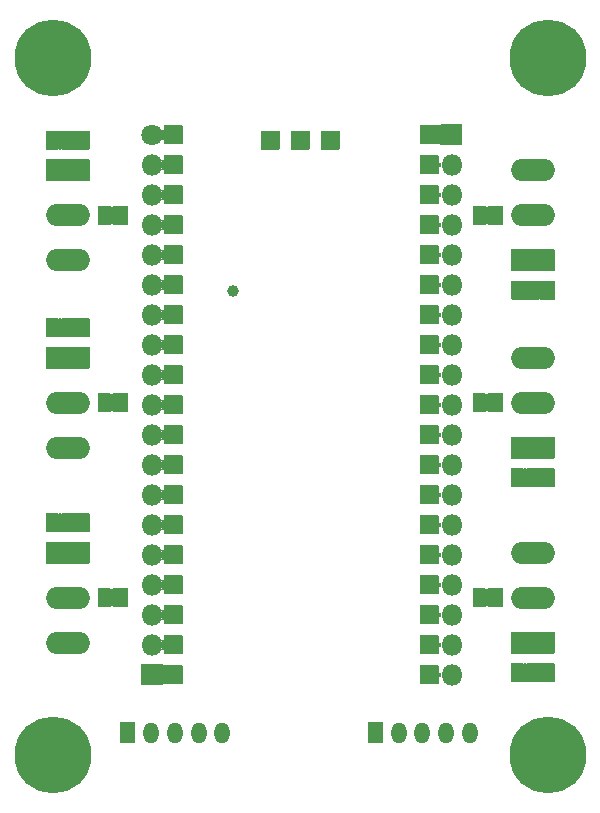
<source format=gbr>
G04 #@! TF.GenerationSoftware,KiCad,Pcbnew,(5.1.7)-1*
G04 #@! TF.CreationDate,2021-01-23T01:49:41+01:00*
G04 #@! TF.ProjectId,espbreakout,65737062-7265-4616-9b6f-75742e6b6963,rev?*
G04 #@! TF.SameCoordinates,Original*
G04 #@! TF.FileFunction,Soldermask,Bot*
G04 #@! TF.FilePolarity,Negative*
%FSLAX46Y46*%
G04 Gerber Fmt 4.6, Leading zero omitted, Abs format (unit mm)*
G04 Created by KiCad (PCBNEW (5.1.7)-1) date 2021-01-23 01:49:41*
%MOMM*%
%LPD*%
G01*
G04 APERTURE LIST*
%ADD10O,1.802000X1.802000*%
%ADD11C,1.802000*%
%ADD12O,3.702000X1.902000*%
%ADD13O,1.302000X1.802000*%
%ADD14C,0.100000*%
%ADD15C,1.000000*%
%ADD16C,6.502000*%
%ADD17C,0.902000*%
G04 APERTURE END LIST*
G36*
G01*
X66532000Y-22610400D02*
X66532000Y-20910400D01*
G75*
G02*
X66583000Y-20859400I51000J0D01*
G01*
X68283000Y-20859400D01*
G75*
G02*
X68334000Y-20910400I0J-51000D01*
G01*
X68334000Y-22610400D01*
G75*
G02*
X68283000Y-22661400I-51000J0D01*
G01*
X66583000Y-22661400D01*
G75*
G02*
X66532000Y-22610400I0J51000D01*
G01*
G37*
D10*
X67433000Y-24300400D03*
X67433000Y-26840400D03*
X67433000Y-42080400D03*
X67433000Y-31920400D03*
X67433000Y-29380400D03*
X67433000Y-37000400D03*
X67433000Y-54780400D03*
X67433000Y-49700400D03*
X67433000Y-57320400D03*
X67433000Y-62400400D03*
X67433000Y-64940400D03*
X67433000Y-52240400D03*
X67433000Y-67480400D03*
X67433000Y-39540400D03*
X67433000Y-44620400D03*
X67433000Y-47160400D03*
X67433000Y-59860400D03*
X67433000Y-34460400D03*
D11*
X42040500Y-21768600D03*
D10*
X42040500Y-24308600D03*
X42040500Y-26848600D03*
X42040500Y-42088600D03*
X42040500Y-31928600D03*
X42040500Y-29388600D03*
X42040500Y-37008600D03*
X42040500Y-54788600D03*
X42040500Y-49708600D03*
X42040500Y-57328600D03*
X42040500Y-62408600D03*
X42040500Y-64948600D03*
X42040500Y-52248600D03*
G36*
G01*
X41139500Y-68338600D02*
X41139500Y-66638600D01*
G75*
G02*
X41190500Y-66587600I51000J0D01*
G01*
X42890500Y-66587600D01*
G75*
G02*
X42941500Y-66638600I0J-51000D01*
G01*
X42941500Y-68338600D01*
G75*
G02*
X42890500Y-68389600I-51000J0D01*
G01*
X41190500Y-68389600D01*
G75*
G02*
X41139500Y-68338600I0J51000D01*
G01*
G37*
X42040500Y-39548600D03*
X42040500Y-44628600D03*
X42040500Y-47168600D03*
X42040500Y-59868600D03*
X42040500Y-34468600D03*
G36*
G01*
X33125000Y-39689000D02*
X36725000Y-39689000D01*
G75*
G02*
X36776000Y-39740000I0J-51000D01*
G01*
X36776000Y-41540000D01*
G75*
G02*
X36725000Y-41591000I-51000J0D01*
G01*
X33125000Y-41591000D01*
G75*
G02*
X33074000Y-41540000I0J51000D01*
G01*
X33074000Y-39740000D01*
G75*
G02*
X33125000Y-39689000I51000J0D01*
G01*
G37*
D12*
X34925000Y-44450000D03*
X34925000Y-48260000D03*
G36*
G01*
X33125000Y-56199000D02*
X36725000Y-56199000D01*
G75*
G02*
X36776000Y-56250000I0J-51000D01*
G01*
X36776000Y-58050000D01*
G75*
G02*
X36725000Y-58101000I-51000J0D01*
G01*
X33125000Y-58101000D01*
G75*
G02*
X33074000Y-58050000I0J51000D01*
G01*
X33074000Y-56250000D01*
G75*
G02*
X33125000Y-56199000I51000J0D01*
G01*
G37*
X34925000Y-60960000D03*
X34925000Y-64770000D03*
G36*
G01*
X33125000Y-23814000D02*
X36725000Y-23814000D01*
G75*
G02*
X36776000Y-23865000I0J-51000D01*
G01*
X36776000Y-25665000D01*
G75*
G02*
X36725000Y-25716000I-51000J0D01*
G01*
X33125000Y-25716000D01*
G75*
G02*
X33074000Y-25665000I0J51000D01*
G01*
X33074000Y-23865000D01*
G75*
G02*
X33125000Y-23814000I51000J0D01*
G01*
G37*
X34925000Y-28575000D03*
X34925000Y-32385000D03*
G36*
G01*
X76095000Y-33336000D02*
X72495000Y-33336000D01*
G75*
G02*
X72444000Y-33285000I0J51000D01*
G01*
X72444000Y-31485000D01*
G75*
G02*
X72495000Y-31434000I51000J0D01*
G01*
X76095000Y-31434000D01*
G75*
G02*
X76146000Y-31485000I0J-51000D01*
G01*
X76146000Y-33285000D01*
G75*
G02*
X76095000Y-33336000I-51000J0D01*
G01*
G37*
X74295000Y-28575000D03*
X74295000Y-24765000D03*
G36*
G01*
X76095000Y-49211000D02*
X72495000Y-49211000D01*
G75*
G02*
X72444000Y-49160000I0J51000D01*
G01*
X72444000Y-47360000D01*
G75*
G02*
X72495000Y-47309000I51000J0D01*
G01*
X76095000Y-47309000D01*
G75*
G02*
X76146000Y-47360000I0J-51000D01*
G01*
X76146000Y-49160000D01*
G75*
G02*
X76095000Y-49211000I-51000J0D01*
G01*
G37*
X74295000Y-44450000D03*
X74295000Y-40640000D03*
G36*
G01*
X76095000Y-65721000D02*
X72495000Y-65721000D01*
G75*
G02*
X72444000Y-65670000I0J51000D01*
G01*
X72444000Y-63870000D01*
G75*
G02*
X72495000Y-63819000I51000J0D01*
G01*
X76095000Y-63819000D01*
G75*
G02*
X76146000Y-63870000I0J-51000D01*
G01*
X76146000Y-65670000D01*
G75*
G02*
X76095000Y-65721000I-51000J0D01*
G01*
G37*
X74295000Y-60960000D03*
X74295000Y-57150000D03*
G36*
G01*
X60309000Y-73240001D02*
X60309000Y-71539999D01*
G75*
G02*
X60359999Y-71489000I50999J0D01*
G01*
X61560001Y-71489000D01*
G75*
G02*
X61611000Y-71539999I0J-50999D01*
G01*
X61611000Y-73240001D01*
G75*
G02*
X61560001Y-73291000I-50999J0D01*
G01*
X60359999Y-73291000D01*
G75*
G02*
X60309000Y-73240001I0J50999D01*
G01*
G37*
D13*
X62960000Y-72390000D03*
X64960000Y-72390000D03*
X66960000Y-72390000D03*
X68960000Y-72390000D03*
G36*
G01*
X51269000Y-22965000D02*
X51269000Y-21465000D01*
G75*
G02*
X51320000Y-21414000I51000J0D01*
G01*
X52820000Y-21414000D01*
G75*
G02*
X52871000Y-21465000I0J-51000D01*
G01*
X52871000Y-22965000D01*
G75*
G02*
X52820000Y-23016000I-51000J0D01*
G01*
X51320000Y-23016000D01*
G75*
G02*
X51269000Y-22965000I0J51000D01*
G01*
G37*
G36*
G01*
X53809000Y-22975000D02*
X53809000Y-21475000D01*
G75*
G02*
X53860000Y-21424000I51000J0D01*
G01*
X55360000Y-21424000D01*
G75*
G02*
X55411000Y-21475000I0J-51000D01*
G01*
X55411000Y-22975000D01*
G75*
G02*
X55360000Y-23026000I-51000J0D01*
G01*
X53860000Y-23026000D01*
G75*
G02*
X53809000Y-22975000I0J51000D01*
G01*
G37*
G36*
G01*
X56354800Y-22965000D02*
X56354800Y-21465000D01*
G75*
G02*
X56405800Y-21414000I51000J0D01*
G01*
X57905800Y-21414000D01*
G75*
G02*
X57956800Y-21465000I0J-51000D01*
G01*
X57956800Y-22965000D01*
G75*
G02*
X57905800Y-23016000I-51000J0D01*
G01*
X56405800Y-23016000D01*
G75*
G02*
X56354800Y-22965000I0J51000D01*
G01*
G37*
G36*
G01*
X43052800Y-68220000D02*
X43052800Y-66720000D01*
G75*
G02*
X43103800Y-66669000I51000J0D01*
G01*
X44603800Y-66669000D01*
G75*
G02*
X44654800Y-66720000I0J-51000D01*
G01*
X44654800Y-68220000D01*
G75*
G02*
X44603800Y-68271000I-51000J0D01*
G01*
X43103800Y-68271000D01*
G75*
G02*
X43052800Y-68220000I0J51000D01*
G01*
G37*
G36*
G01*
X43052800Y-65680000D02*
X43052800Y-64180000D01*
G75*
G02*
X43103800Y-64129000I51000J0D01*
G01*
X44603800Y-64129000D01*
G75*
G02*
X44654800Y-64180000I0J-51000D01*
G01*
X44654800Y-65680000D01*
G75*
G02*
X44603800Y-65731000I-51000J0D01*
G01*
X43103800Y-65731000D01*
G75*
G02*
X43052800Y-65680000I0J51000D01*
G01*
G37*
G36*
G01*
X43052800Y-63140000D02*
X43052800Y-61640000D01*
G75*
G02*
X43103800Y-61589000I51000J0D01*
G01*
X44603800Y-61589000D01*
G75*
G02*
X44654800Y-61640000I0J-51000D01*
G01*
X44654800Y-63140000D01*
G75*
G02*
X44603800Y-63191000I-51000J0D01*
G01*
X43103800Y-63191000D01*
G75*
G02*
X43052800Y-63140000I0J51000D01*
G01*
G37*
G36*
G01*
X43052800Y-60600000D02*
X43052800Y-59100000D01*
G75*
G02*
X43103800Y-59049000I51000J0D01*
G01*
X44603800Y-59049000D01*
G75*
G02*
X44654800Y-59100000I0J-51000D01*
G01*
X44654800Y-60600000D01*
G75*
G02*
X44603800Y-60651000I-51000J0D01*
G01*
X43103800Y-60651000D01*
G75*
G02*
X43052800Y-60600000I0J51000D01*
G01*
G37*
G36*
G01*
X43052800Y-58060000D02*
X43052800Y-56560000D01*
G75*
G02*
X43103800Y-56509000I51000J0D01*
G01*
X44603800Y-56509000D01*
G75*
G02*
X44654800Y-56560000I0J-51000D01*
G01*
X44654800Y-58060000D01*
G75*
G02*
X44603800Y-58111000I-51000J0D01*
G01*
X43103800Y-58111000D01*
G75*
G02*
X43052800Y-58060000I0J51000D01*
G01*
G37*
G36*
G01*
X43052800Y-55520000D02*
X43052800Y-54020000D01*
G75*
G02*
X43103800Y-53969000I51000J0D01*
G01*
X44603800Y-53969000D01*
G75*
G02*
X44654800Y-54020000I0J-51000D01*
G01*
X44654800Y-55520000D01*
G75*
G02*
X44603800Y-55571000I-51000J0D01*
G01*
X43103800Y-55571000D01*
G75*
G02*
X43052800Y-55520000I0J51000D01*
G01*
G37*
G36*
G01*
X43052800Y-52980000D02*
X43052800Y-51480000D01*
G75*
G02*
X43103800Y-51429000I51000J0D01*
G01*
X44603800Y-51429000D01*
G75*
G02*
X44654800Y-51480000I0J-51000D01*
G01*
X44654800Y-52980000D01*
G75*
G02*
X44603800Y-53031000I-51000J0D01*
G01*
X43103800Y-53031000D01*
G75*
G02*
X43052800Y-52980000I0J51000D01*
G01*
G37*
G36*
G01*
X43052800Y-50440000D02*
X43052800Y-48940000D01*
G75*
G02*
X43103800Y-48889000I51000J0D01*
G01*
X44603800Y-48889000D01*
G75*
G02*
X44654800Y-48940000I0J-51000D01*
G01*
X44654800Y-50440000D01*
G75*
G02*
X44603800Y-50491000I-51000J0D01*
G01*
X43103800Y-50491000D01*
G75*
G02*
X43052800Y-50440000I0J51000D01*
G01*
G37*
G36*
G01*
X43052800Y-47900000D02*
X43052800Y-46400000D01*
G75*
G02*
X43103800Y-46349000I51000J0D01*
G01*
X44603800Y-46349000D01*
G75*
G02*
X44654800Y-46400000I0J-51000D01*
G01*
X44654800Y-47900000D01*
G75*
G02*
X44603800Y-47951000I-51000J0D01*
G01*
X43103800Y-47951000D01*
G75*
G02*
X43052800Y-47900000I0J51000D01*
G01*
G37*
G36*
G01*
X43052800Y-45360000D02*
X43052800Y-43860000D01*
G75*
G02*
X43103800Y-43809000I51000J0D01*
G01*
X44603800Y-43809000D01*
G75*
G02*
X44654800Y-43860000I0J-51000D01*
G01*
X44654800Y-45360000D01*
G75*
G02*
X44603800Y-45411000I-51000J0D01*
G01*
X43103800Y-45411000D01*
G75*
G02*
X43052800Y-45360000I0J51000D01*
G01*
G37*
G36*
G01*
X43052800Y-42820000D02*
X43052800Y-41320000D01*
G75*
G02*
X43103800Y-41269000I51000J0D01*
G01*
X44603800Y-41269000D01*
G75*
G02*
X44654800Y-41320000I0J-51000D01*
G01*
X44654800Y-42820000D01*
G75*
G02*
X44603800Y-42871000I-51000J0D01*
G01*
X43103800Y-42871000D01*
G75*
G02*
X43052800Y-42820000I0J51000D01*
G01*
G37*
G36*
G01*
X43052800Y-40280000D02*
X43052800Y-38780000D01*
G75*
G02*
X43103800Y-38729000I51000J0D01*
G01*
X44603800Y-38729000D01*
G75*
G02*
X44654800Y-38780000I0J-51000D01*
G01*
X44654800Y-40280000D01*
G75*
G02*
X44603800Y-40331000I-51000J0D01*
G01*
X43103800Y-40331000D01*
G75*
G02*
X43052800Y-40280000I0J51000D01*
G01*
G37*
G36*
G01*
X43052800Y-37740000D02*
X43052800Y-36240000D01*
G75*
G02*
X43103800Y-36189000I51000J0D01*
G01*
X44603800Y-36189000D01*
G75*
G02*
X44654800Y-36240000I0J-51000D01*
G01*
X44654800Y-37740000D01*
G75*
G02*
X44603800Y-37791000I-51000J0D01*
G01*
X43103800Y-37791000D01*
G75*
G02*
X43052800Y-37740000I0J51000D01*
G01*
G37*
G36*
G01*
X43052800Y-35200000D02*
X43052800Y-33700000D01*
G75*
G02*
X43103800Y-33649000I51000J0D01*
G01*
X44603800Y-33649000D01*
G75*
G02*
X44654800Y-33700000I0J-51000D01*
G01*
X44654800Y-35200000D01*
G75*
G02*
X44603800Y-35251000I-51000J0D01*
G01*
X43103800Y-35251000D01*
G75*
G02*
X43052800Y-35200000I0J51000D01*
G01*
G37*
G36*
G01*
X43052800Y-32660000D02*
X43052800Y-31160000D01*
G75*
G02*
X43103800Y-31109000I51000J0D01*
G01*
X44603800Y-31109000D01*
G75*
G02*
X44654800Y-31160000I0J-51000D01*
G01*
X44654800Y-32660000D01*
G75*
G02*
X44603800Y-32711000I-51000J0D01*
G01*
X43103800Y-32711000D01*
G75*
G02*
X43052800Y-32660000I0J51000D01*
G01*
G37*
G36*
G01*
X43052800Y-30120000D02*
X43052800Y-28620000D01*
G75*
G02*
X43103800Y-28569000I51000J0D01*
G01*
X44603800Y-28569000D01*
G75*
G02*
X44654800Y-28620000I0J-51000D01*
G01*
X44654800Y-30120000D01*
G75*
G02*
X44603800Y-30171000I-51000J0D01*
G01*
X43103800Y-30171000D01*
G75*
G02*
X43052800Y-30120000I0J51000D01*
G01*
G37*
G36*
G01*
X43052800Y-27580000D02*
X43052800Y-26080000D01*
G75*
G02*
X43103800Y-26029000I51000J0D01*
G01*
X44603800Y-26029000D01*
G75*
G02*
X44654800Y-26080000I0J-51000D01*
G01*
X44654800Y-27580000D01*
G75*
G02*
X44603800Y-27631000I-51000J0D01*
G01*
X43103800Y-27631000D01*
G75*
G02*
X43052800Y-27580000I0J51000D01*
G01*
G37*
G36*
G01*
X43052800Y-25040000D02*
X43052800Y-23540000D01*
G75*
G02*
X43103800Y-23489000I51000J0D01*
G01*
X44603800Y-23489000D01*
G75*
G02*
X44654800Y-23540000I0J-51000D01*
G01*
X44654800Y-25040000D01*
G75*
G02*
X44603800Y-25091000I-51000J0D01*
G01*
X43103800Y-25091000D01*
G75*
G02*
X43052800Y-25040000I0J51000D01*
G01*
G37*
G36*
G01*
X43052800Y-22500000D02*
X43052800Y-21000000D01*
G75*
G02*
X43103800Y-20949000I51000J0D01*
G01*
X44603800Y-20949000D01*
G75*
G02*
X44654800Y-21000000I0J-51000D01*
G01*
X44654800Y-22500000D01*
G75*
G02*
X44603800Y-22551000I-51000J0D01*
G01*
X43103800Y-22551000D01*
G75*
G02*
X43052800Y-22500000I0J51000D01*
G01*
G37*
G36*
G01*
X64719000Y-22500000D02*
X64719000Y-21000000D01*
G75*
G02*
X64770000Y-20949000I51000J0D01*
G01*
X66270000Y-20949000D01*
G75*
G02*
X66321000Y-21000000I0J-51000D01*
G01*
X66321000Y-22500000D01*
G75*
G02*
X66270000Y-22551000I-51000J0D01*
G01*
X64770000Y-22551000D01*
G75*
G02*
X64719000Y-22500000I0J51000D01*
G01*
G37*
G36*
G01*
X64719000Y-25040000D02*
X64719000Y-23540000D01*
G75*
G02*
X64770000Y-23489000I51000J0D01*
G01*
X66270000Y-23489000D01*
G75*
G02*
X66321000Y-23540000I0J-51000D01*
G01*
X66321000Y-25040000D01*
G75*
G02*
X66270000Y-25091000I-51000J0D01*
G01*
X64770000Y-25091000D01*
G75*
G02*
X64719000Y-25040000I0J51000D01*
G01*
G37*
G36*
G01*
X64719000Y-27580000D02*
X64719000Y-26080000D01*
G75*
G02*
X64770000Y-26029000I51000J0D01*
G01*
X66270000Y-26029000D01*
G75*
G02*
X66321000Y-26080000I0J-51000D01*
G01*
X66321000Y-27580000D01*
G75*
G02*
X66270000Y-27631000I-51000J0D01*
G01*
X64770000Y-27631000D01*
G75*
G02*
X64719000Y-27580000I0J51000D01*
G01*
G37*
G36*
G01*
X64719000Y-30120000D02*
X64719000Y-28620000D01*
G75*
G02*
X64770000Y-28569000I51000J0D01*
G01*
X66270000Y-28569000D01*
G75*
G02*
X66321000Y-28620000I0J-51000D01*
G01*
X66321000Y-30120000D01*
G75*
G02*
X66270000Y-30171000I-51000J0D01*
G01*
X64770000Y-30171000D01*
G75*
G02*
X64719000Y-30120000I0J51000D01*
G01*
G37*
G36*
G01*
X64719000Y-32660000D02*
X64719000Y-31160000D01*
G75*
G02*
X64770000Y-31109000I51000J0D01*
G01*
X66270000Y-31109000D01*
G75*
G02*
X66321000Y-31160000I0J-51000D01*
G01*
X66321000Y-32660000D01*
G75*
G02*
X66270000Y-32711000I-51000J0D01*
G01*
X64770000Y-32711000D01*
G75*
G02*
X64719000Y-32660000I0J51000D01*
G01*
G37*
G36*
G01*
X64719000Y-35200000D02*
X64719000Y-33700000D01*
G75*
G02*
X64770000Y-33649000I51000J0D01*
G01*
X66270000Y-33649000D01*
G75*
G02*
X66321000Y-33700000I0J-51000D01*
G01*
X66321000Y-35200000D01*
G75*
G02*
X66270000Y-35251000I-51000J0D01*
G01*
X64770000Y-35251000D01*
G75*
G02*
X64719000Y-35200000I0J51000D01*
G01*
G37*
G36*
G01*
X64719000Y-37740000D02*
X64719000Y-36240000D01*
G75*
G02*
X64770000Y-36189000I51000J0D01*
G01*
X66270000Y-36189000D01*
G75*
G02*
X66321000Y-36240000I0J-51000D01*
G01*
X66321000Y-37740000D01*
G75*
G02*
X66270000Y-37791000I-51000J0D01*
G01*
X64770000Y-37791000D01*
G75*
G02*
X64719000Y-37740000I0J51000D01*
G01*
G37*
G36*
G01*
X64719000Y-40280000D02*
X64719000Y-38780000D01*
G75*
G02*
X64770000Y-38729000I51000J0D01*
G01*
X66270000Y-38729000D01*
G75*
G02*
X66321000Y-38780000I0J-51000D01*
G01*
X66321000Y-40280000D01*
G75*
G02*
X66270000Y-40331000I-51000J0D01*
G01*
X64770000Y-40331000D01*
G75*
G02*
X64719000Y-40280000I0J51000D01*
G01*
G37*
G36*
G01*
X64719000Y-42820000D02*
X64719000Y-41320000D01*
G75*
G02*
X64770000Y-41269000I51000J0D01*
G01*
X66270000Y-41269000D01*
G75*
G02*
X66321000Y-41320000I0J-51000D01*
G01*
X66321000Y-42820000D01*
G75*
G02*
X66270000Y-42871000I-51000J0D01*
G01*
X64770000Y-42871000D01*
G75*
G02*
X64719000Y-42820000I0J51000D01*
G01*
G37*
G36*
G01*
X64719000Y-45360000D02*
X64719000Y-43860000D01*
G75*
G02*
X64770000Y-43809000I51000J0D01*
G01*
X66270000Y-43809000D01*
G75*
G02*
X66321000Y-43860000I0J-51000D01*
G01*
X66321000Y-45360000D01*
G75*
G02*
X66270000Y-45411000I-51000J0D01*
G01*
X64770000Y-45411000D01*
G75*
G02*
X64719000Y-45360000I0J51000D01*
G01*
G37*
G36*
G01*
X64719000Y-47900000D02*
X64719000Y-46400000D01*
G75*
G02*
X64770000Y-46349000I51000J0D01*
G01*
X66270000Y-46349000D01*
G75*
G02*
X66321000Y-46400000I0J-51000D01*
G01*
X66321000Y-47900000D01*
G75*
G02*
X66270000Y-47951000I-51000J0D01*
G01*
X64770000Y-47951000D01*
G75*
G02*
X64719000Y-47900000I0J51000D01*
G01*
G37*
G36*
G01*
X64719000Y-50440000D02*
X64719000Y-48940000D01*
G75*
G02*
X64770000Y-48889000I51000J0D01*
G01*
X66270000Y-48889000D01*
G75*
G02*
X66321000Y-48940000I0J-51000D01*
G01*
X66321000Y-50440000D01*
G75*
G02*
X66270000Y-50491000I-51000J0D01*
G01*
X64770000Y-50491000D01*
G75*
G02*
X64719000Y-50440000I0J51000D01*
G01*
G37*
G36*
G01*
X64719000Y-52980000D02*
X64719000Y-51480000D01*
G75*
G02*
X64770000Y-51429000I51000J0D01*
G01*
X66270000Y-51429000D01*
G75*
G02*
X66321000Y-51480000I0J-51000D01*
G01*
X66321000Y-52980000D01*
G75*
G02*
X66270000Y-53031000I-51000J0D01*
G01*
X64770000Y-53031000D01*
G75*
G02*
X64719000Y-52980000I0J51000D01*
G01*
G37*
G36*
G01*
X64719000Y-55520000D02*
X64719000Y-54020000D01*
G75*
G02*
X64770000Y-53969000I51000J0D01*
G01*
X66270000Y-53969000D01*
G75*
G02*
X66321000Y-54020000I0J-51000D01*
G01*
X66321000Y-55520000D01*
G75*
G02*
X66270000Y-55571000I-51000J0D01*
G01*
X64770000Y-55571000D01*
G75*
G02*
X64719000Y-55520000I0J51000D01*
G01*
G37*
G36*
G01*
X64719000Y-58060000D02*
X64719000Y-56560000D01*
G75*
G02*
X64770000Y-56509000I51000J0D01*
G01*
X66270000Y-56509000D01*
G75*
G02*
X66321000Y-56560000I0J-51000D01*
G01*
X66321000Y-58060000D01*
G75*
G02*
X66270000Y-58111000I-51000J0D01*
G01*
X64770000Y-58111000D01*
G75*
G02*
X64719000Y-58060000I0J51000D01*
G01*
G37*
G36*
G01*
X64719000Y-60600000D02*
X64719000Y-59100000D01*
G75*
G02*
X64770000Y-59049000I51000J0D01*
G01*
X66270000Y-59049000D01*
G75*
G02*
X66321000Y-59100000I0J-51000D01*
G01*
X66321000Y-60600000D01*
G75*
G02*
X66270000Y-60651000I-51000J0D01*
G01*
X64770000Y-60651000D01*
G75*
G02*
X64719000Y-60600000I0J51000D01*
G01*
G37*
G36*
G01*
X64719000Y-63140000D02*
X64719000Y-61640000D01*
G75*
G02*
X64770000Y-61589000I51000J0D01*
G01*
X66270000Y-61589000D01*
G75*
G02*
X66321000Y-61640000I0J-51000D01*
G01*
X66321000Y-63140000D01*
G75*
G02*
X66270000Y-63191000I-51000J0D01*
G01*
X64770000Y-63191000D01*
G75*
G02*
X64719000Y-63140000I0J51000D01*
G01*
G37*
G36*
G01*
X64719000Y-65680000D02*
X64719000Y-64180000D01*
G75*
G02*
X64770000Y-64129000I51000J0D01*
G01*
X66270000Y-64129000D01*
G75*
G02*
X66321000Y-64180000I0J-51000D01*
G01*
X66321000Y-65680000D01*
G75*
G02*
X66270000Y-65731000I-51000J0D01*
G01*
X64770000Y-65731000D01*
G75*
G02*
X64719000Y-65680000I0J51000D01*
G01*
G37*
G36*
G01*
X64719000Y-68220000D02*
X64719000Y-66720000D01*
G75*
G02*
X64770000Y-66669000I51000J0D01*
G01*
X66270000Y-66669000D01*
G75*
G02*
X66321000Y-66720000I0J-51000D01*
G01*
X66321000Y-68220000D01*
G75*
G02*
X66270000Y-68271000I-51000J0D01*
G01*
X64770000Y-68271000D01*
G75*
G02*
X64719000Y-68220000I0J51000D01*
G01*
G37*
G36*
G01*
X39354000Y-73240001D02*
X39354000Y-71539999D01*
G75*
G02*
X39404999Y-71489000I50999J0D01*
G01*
X40605001Y-71489000D01*
G75*
G02*
X40656000Y-71539999I0J-50999D01*
G01*
X40656000Y-73240001D01*
G75*
G02*
X40605001Y-73291000I-50999J0D01*
G01*
X39404999Y-73291000D01*
G75*
G02*
X39354000Y-73240001I0J50999D01*
G01*
G37*
X42005000Y-72390000D03*
X44005000Y-72390000D03*
X46005000Y-72390000D03*
X48005000Y-72390000D03*
D14*
G36*
X38519950Y-27774980D02*
G01*
X38529517Y-27777882D01*
X38538334Y-27782595D01*
X38546062Y-27788938D01*
X38552435Y-27796710D01*
X39052435Y-28546710D01*
X39057138Y-28555532D01*
X39060030Y-28565103D01*
X39061000Y-28575053D01*
X39060010Y-28585002D01*
X39057097Y-28594566D01*
X39052435Y-28603290D01*
X38552435Y-29353290D01*
X38546100Y-29361025D01*
X38538378Y-29367375D01*
X38529566Y-29372097D01*
X38520002Y-29375010D01*
X38510000Y-29376000D01*
X37510000Y-29376000D01*
X37500050Y-29375020D01*
X37490483Y-29372118D01*
X37481666Y-29367405D01*
X37473938Y-29361062D01*
X37467595Y-29353334D01*
X37462882Y-29344517D01*
X37459980Y-29334950D01*
X37459000Y-29325000D01*
X37459000Y-27825000D01*
X37459980Y-27815050D01*
X37462882Y-27805483D01*
X37467595Y-27796666D01*
X37473938Y-27788938D01*
X37481666Y-27782595D01*
X37490483Y-27777882D01*
X37500050Y-27774980D01*
X37510000Y-27774000D01*
X38510000Y-27774000D01*
X38519950Y-27774980D01*
G37*
G36*
X39969950Y-27774980D02*
G01*
X39979517Y-27777882D01*
X39988334Y-27782595D01*
X39996062Y-27788938D01*
X40002405Y-27796666D01*
X40007118Y-27805483D01*
X40010020Y-27815050D01*
X40011000Y-27825000D01*
X40011000Y-29325000D01*
X40010020Y-29334950D01*
X40007118Y-29344517D01*
X40002405Y-29353334D01*
X39996062Y-29361062D01*
X39988334Y-29367405D01*
X39979517Y-29372118D01*
X39969950Y-29375020D01*
X39960000Y-29376000D01*
X38810000Y-29376000D01*
X38800050Y-29375020D01*
X38790483Y-29372118D01*
X38781666Y-29367405D01*
X38773938Y-29361062D01*
X38767595Y-29353334D01*
X38762882Y-29344517D01*
X38759980Y-29334950D01*
X38759000Y-29325000D01*
X38759980Y-29315050D01*
X38762882Y-29305483D01*
X38767565Y-29296710D01*
X39248705Y-28575000D01*
X38767565Y-27853290D01*
X38762862Y-27844468D01*
X38759970Y-27834897D01*
X38759000Y-27824947D01*
X38759990Y-27814998D01*
X38762903Y-27805434D01*
X38767625Y-27796622D01*
X38773975Y-27788900D01*
X38781710Y-27782565D01*
X38790532Y-27777862D01*
X38800103Y-27774970D01*
X38810000Y-27774000D01*
X39960000Y-27774000D01*
X39969950Y-27774980D01*
G37*
G36*
G01*
X33074000Y-22975000D02*
X33074000Y-21475000D01*
G75*
G02*
X33125000Y-21424000I51000J0D01*
G01*
X34125000Y-21424000D01*
G75*
G02*
X34176000Y-21475000I0J-51000D01*
G01*
X34176000Y-22975000D01*
G75*
G02*
X34125000Y-23026000I-51000J0D01*
G01*
X33125000Y-23026000D01*
G75*
G02*
X33074000Y-22975000I0J51000D01*
G01*
G37*
G36*
G01*
X34374000Y-22975000D02*
X34374000Y-21475000D01*
G75*
G02*
X34425000Y-21424000I51000J0D01*
G01*
X35425000Y-21424000D01*
G75*
G02*
X35476000Y-21475000I0J-51000D01*
G01*
X35476000Y-22975000D01*
G75*
G02*
X35425000Y-23026000I-51000J0D01*
G01*
X34425000Y-23026000D01*
G75*
G02*
X34374000Y-22975000I0J51000D01*
G01*
G37*
G36*
G01*
X35674000Y-22975000D02*
X35674000Y-21475000D01*
G75*
G02*
X35725000Y-21424000I51000J0D01*
G01*
X36725000Y-21424000D01*
G75*
G02*
X36776000Y-21475000I0J-51000D01*
G01*
X36776000Y-22975000D01*
G75*
G02*
X36725000Y-23026000I-51000J0D01*
G01*
X35725000Y-23026000D01*
G75*
G02*
X35674000Y-22975000I0J51000D01*
G01*
G37*
G36*
G01*
X76146000Y-50050000D02*
X76146000Y-51550000D01*
G75*
G02*
X76095000Y-51601000I-51000J0D01*
G01*
X75095000Y-51601000D01*
G75*
G02*
X75044000Y-51550000I0J51000D01*
G01*
X75044000Y-50050000D01*
G75*
G02*
X75095000Y-49999000I51000J0D01*
G01*
X76095000Y-49999000D01*
G75*
G02*
X76146000Y-50050000I0J-51000D01*
G01*
G37*
G36*
G01*
X74846000Y-50050000D02*
X74846000Y-51550000D01*
G75*
G02*
X74795000Y-51601000I-51000J0D01*
G01*
X73795000Y-51601000D01*
G75*
G02*
X73744000Y-51550000I0J51000D01*
G01*
X73744000Y-50050000D01*
G75*
G02*
X73795000Y-49999000I51000J0D01*
G01*
X74795000Y-49999000D01*
G75*
G02*
X74846000Y-50050000I0J-51000D01*
G01*
G37*
G36*
G01*
X73546000Y-50050000D02*
X73546000Y-51550000D01*
G75*
G02*
X73495000Y-51601000I-51000J0D01*
G01*
X72495000Y-51601000D01*
G75*
G02*
X72444000Y-51550000I0J51000D01*
G01*
X72444000Y-50050000D01*
G75*
G02*
X72495000Y-49999000I51000J0D01*
G01*
X73495000Y-49999000D01*
G75*
G02*
X73546000Y-50050000I0J-51000D01*
G01*
G37*
G36*
G01*
X76146000Y-66560000D02*
X76146000Y-68060000D01*
G75*
G02*
X76095000Y-68111000I-51000J0D01*
G01*
X75095000Y-68111000D01*
G75*
G02*
X75044000Y-68060000I0J51000D01*
G01*
X75044000Y-66560000D01*
G75*
G02*
X75095000Y-66509000I51000J0D01*
G01*
X76095000Y-66509000D01*
G75*
G02*
X76146000Y-66560000I0J-51000D01*
G01*
G37*
G36*
G01*
X74846000Y-66560000D02*
X74846000Y-68060000D01*
G75*
G02*
X74795000Y-68111000I-51000J0D01*
G01*
X73795000Y-68111000D01*
G75*
G02*
X73744000Y-68060000I0J51000D01*
G01*
X73744000Y-66560000D01*
G75*
G02*
X73795000Y-66509000I51000J0D01*
G01*
X74795000Y-66509000D01*
G75*
G02*
X74846000Y-66560000I0J-51000D01*
G01*
G37*
G36*
G01*
X73546000Y-66560000D02*
X73546000Y-68060000D01*
G75*
G02*
X73495000Y-68111000I-51000J0D01*
G01*
X72495000Y-68111000D01*
G75*
G02*
X72444000Y-68060000I0J51000D01*
G01*
X72444000Y-66560000D01*
G75*
G02*
X72495000Y-66509000I51000J0D01*
G01*
X73495000Y-66509000D01*
G75*
G02*
X73546000Y-66560000I0J-51000D01*
G01*
G37*
G36*
G01*
X33074000Y-55360000D02*
X33074000Y-53860000D01*
G75*
G02*
X33125000Y-53809000I51000J0D01*
G01*
X34125000Y-53809000D01*
G75*
G02*
X34176000Y-53860000I0J-51000D01*
G01*
X34176000Y-55360000D01*
G75*
G02*
X34125000Y-55411000I-51000J0D01*
G01*
X33125000Y-55411000D01*
G75*
G02*
X33074000Y-55360000I0J51000D01*
G01*
G37*
G36*
G01*
X34374000Y-55360000D02*
X34374000Y-53860000D01*
G75*
G02*
X34425000Y-53809000I51000J0D01*
G01*
X35425000Y-53809000D01*
G75*
G02*
X35476000Y-53860000I0J-51000D01*
G01*
X35476000Y-55360000D01*
G75*
G02*
X35425000Y-55411000I-51000J0D01*
G01*
X34425000Y-55411000D01*
G75*
G02*
X34374000Y-55360000I0J51000D01*
G01*
G37*
G36*
G01*
X35674000Y-55360000D02*
X35674000Y-53860000D01*
G75*
G02*
X35725000Y-53809000I51000J0D01*
G01*
X36725000Y-53809000D01*
G75*
G02*
X36776000Y-53860000I0J-51000D01*
G01*
X36776000Y-55360000D01*
G75*
G02*
X36725000Y-55411000I-51000J0D01*
G01*
X35725000Y-55411000D01*
G75*
G02*
X35674000Y-55360000I0J51000D01*
G01*
G37*
G36*
G01*
X76176000Y-34175000D02*
X76176000Y-35675000D01*
G75*
G02*
X76125000Y-35726000I-51000J0D01*
G01*
X75125000Y-35726000D01*
G75*
G02*
X75074000Y-35675000I0J51000D01*
G01*
X75074000Y-34175000D01*
G75*
G02*
X75125000Y-34124000I51000J0D01*
G01*
X76125000Y-34124000D01*
G75*
G02*
X76176000Y-34175000I0J-51000D01*
G01*
G37*
G36*
G01*
X74876000Y-34175000D02*
X74876000Y-35675000D01*
G75*
G02*
X74825000Y-35726000I-51000J0D01*
G01*
X73825000Y-35726000D01*
G75*
G02*
X73774000Y-35675000I0J51000D01*
G01*
X73774000Y-34175000D01*
G75*
G02*
X73825000Y-34124000I51000J0D01*
G01*
X74825000Y-34124000D01*
G75*
G02*
X74876000Y-34175000I0J-51000D01*
G01*
G37*
G36*
G01*
X73576000Y-34175000D02*
X73576000Y-35675000D01*
G75*
G02*
X73525000Y-35726000I-51000J0D01*
G01*
X72525000Y-35726000D01*
G75*
G02*
X72474000Y-35675000I0J51000D01*
G01*
X72474000Y-34175000D01*
G75*
G02*
X72525000Y-34124000I51000J0D01*
G01*
X73525000Y-34124000D01*
G75*
G02*
X73576000Y-34175000I0J-51000D01*
G01*
G37*
G36*
G01*
X33074000Y-38850000D02*
X33074000Y-37350000D01*
G75*
G02*
X33125000Y-37299000I51000J0D01*
G01*
X34125000Y-37299000D01*
G75*
G02*
X34176000Y-37350000I0J-51000D01*
G01*
X34176000Y-38850000D01*
G75*
G02*
X34125000Y-38901000I-51000J0D01*
G01*
X33125000Y-38901000D01*
G75*
G02*
X33074000Y-38850000I0J51000D01*
G01*
G37*
G36*
G01*
X34374000Y-38850000D02*
X34374000Y-37350000D01*
G75*
G02*
X34425000Y-37299000I51000J0D01*
G01*
X35425000Y-37299000D01*
G75*
G02*
X35476000Y-37350000I0J-51000D01*
G01*
X35476000Y-38850000D01*
G75*
G02*
X35425000Y-38901000I-51000J0D01*
G01*
X34425000Y-38901000D01*
G75*
G02*
X34374000Y-38850000I0J51000D01*
G01*
G37*
G36*
G01*
X35674000Y-38850000D02*
X35674000Y-37350000D01*
G75*
G02*
X35725000Y-37299000I51000J0D01*
G01*
X36725000Y-37299000D01*
G75*
G02*
X36776000Y-37350000I0J-51000D01*
G01*
X36776000Y-38850000D01*
G75*
G02*
X36725000Y-38901000I-51000J0D01*
G01*
X35725000Y-38901000D01*
G75*
G02*
X35674000Y-38850000I0J51000D01*
G01*
G37*
G36*
X70269950Y-60159980D02*
G01*
X70279517Y-60162882D01*
X70288334Y-60167595D01*
X70296062Y-60173938D01*
X70302435Y-60181710D01*
X70802435Y-60931710D01*
X70807138Y-60940532D01*
X70810030Y-60950103D01*
X70811000Y-60960053D01*
X70810010Y-60970002D01*
X70807097Y-60979566D01*
X70802435Y-60988290D01*
X70302435Y-61738290D01*
X70296100Y-61746025D01*
X70288378Y-61752375D01*
X70279566Y-61757097D01*
X70270002Y-61760010D01*
X70260000Y-61761000D01*
X69260000Y-61761000D01*
X69250050Y-61760020D01*
X69240483Y-61757118D01*
X69231666Y-61752405D01*
X69223938Y-61746062D01*
X69217595Y-61738334D01*
X69212882Y-61729517D01*
X69209980Y-61719950D01*
X69209000Y-61710000D01*
X69209000Y-60210000D01*
X69209980Y-60200050D01*
X69212882Y-60190483D01*
X69217595Y-60181666D01*
X69223938Y-60173938D01*
X69231666Y-60167595D01*
X69240483Y-60162882D01*
X69250050Y-60159980D01*
X69260000Y-60159000D01*
X70260000Y-60159000D01*
X70269950Y-60159980D01*
G37*
G36*
X71719950Y-60159980D02*
G01*
X71729517Y-60162882D01*
X71738334Y-60167595D01*
X71746062Y-60173938D01*
X71752405Y-60181666D01*
X71757118Y-60190483D01*
X71760020Y-60200050D01*
X71761000Y-60210000D01*
X71761000Y-61710000D01*
X71760020Y-61719950D01*
X71757118Y-61729517D01*
X71752405Y-61738334D01*
X71746062Y-61746062D01*
X71738334Y-61752405D01*
X71729517Y-61757118D01*
X71719950Y-61760020D01*
X71710000Y-61761000D01*
X70560000Y-61761000D01*
X70550050Y-61760020D01*
X70540483Y-61757118D01*
X70531666Y-61752405D01*
X70523938Y-61746062D01*
X70517595Y-61738334D01*
X70512882Y-61729517D01*
X70509980Y-61719950D01*
X70509000Y-61710000D01*
X70509980Y-61700050D01*
X70512882Y-61690483D01*
X70517565Y-61681710D01*
X70998705Y-60960000D01*
X70517565Y-60238290D01*
X70512862Y-60229468D01*
X70509970Y-60219897D01*
X70509000Y-60209947D01*
X70509990Y-60199998D01*
X70512903Y-60190434D01*
X70517625Y-60181622D01*
X70523975Y-60173900D01*
X70531710Y-60167565D01*
X70540532Y-60162862D01*
X70550103Y-60159970D01*
X70560000Y-60159000D01*
X71710000Y-60159000D01*
X71719950Y-60159980D01*
G37*
G36*
X70269950Y-43649980D02*
G01*
X70279517Y-43652882D01*
X70288334Y-43657595D01*
X70296062Y-43663938D01*
X70302435Y-43671710D01*
X70802435Y-44421710D01*
X70807138Y-44430532D01*
X70810030Y-44440103D01*
X70811000Y-44450053D01*
X70810010Y-44460002D01*
X70807097Y-44469566D01*
X70802435Y-44478290D01*
X70302435Y-45228290D01*
X70296100Y-45236025D01*
X70288378Y-45242375D01*
X70279566Y-45247097D01*
X70270002Y-45250010D01*
X70260000Y-45251000D01*
X69260000Y-45251000D01*
X69250050Y-45250020D01*
X69240483Y-45247118D01*
X69231666Y-45242405D01*
X69223938Y-45236062D01*
X69217595Y-45228334D01*
X69212882Y-45219517D01*
X69209980Y-45209950D01*
X69209000Y-45200000D01*
X69209000Y-43700000D01*
X69209980Y-43690050D01*
X69212882Y-43680483D01*
X69217595Y-43671666D01*
X69223938Y-43663938D01*
X69231666Y-43657595D01*
X69240483Y-43652882D01*
X69250050Y-43649980D01*
X69260000Y-43649000D01*
X70260000Y-43649000D01*
X70269950Y-43649980D01*
G37*
G36*
X71719950Y-43649980D02*
G01*
X71729517Y-43652882D01*
X71738334Y-43657595D01*
X71746062Y-43663938D01*
X71752405Y-43671666D01*
X71757118Y-43680483D01*
X71760020Y-43690050D01*
X71761000Y-43700000D01*
X71761000Y-45200000D01*
X71760020Y-45209950D01*
X71757118Y-45219517D01*
X71752405Y-45228334D01*
X71746062Y-45236062D01*
X71738334Y-45242405D01*
X71729517Y-45247118D01*
X71719950Y-45250020D01*
X71710000Y-45251000D01*
X70560000Y-45251000D01*
X70550050Y-45250020D01*
X70540483Y-45247118D01*
X70531666Y-45242405D01*
X70523938Y-45236062D01*
X70517595Y-45228334D01*
X70512882Y-45219517D01*
X70509980Y-45209950D01*
X70509000Y-45200000D01*
X70509980Y-45190050D01*
X70512882Y-45180483D01*
X70517565Y-45171710D01*
X70998705Y-44450000D01*
X70517565Y-43728290D01*
X70512862Y-43719468D01*
X70509970Y-43709897D01*
X70509000Y-43699947D01*
X70509990Y-43689998D01*
X70512903Y-43680434D01*
X70517625Y-43671622D01*
X70523975Y-43663900D01*
X70531710Y-43657565D01*
X70540532Y-43652862D01*
X70550103Y-43649970D01*
X70560000Y-43649000D01*
X71710000Y-43649000D01*
X71719950Y-43649980D01*
G37*
G36*
X70269950Y-27774980D02*
G01*
X70279517Y-27777882D01*
X70288334Y-27782595D01*
X70296062Y-27788938D01*
X70302435Y-27796710D01*
X70802435Y-28546710D01*
X70807138Y-28555532D01*
X70810030Y-28565103D01*
X70811000Y-28575053D01*
X70810010Y-28585002D01*
X70807097Y-28594566D01*
X70802435Y-28603290D01*
X70302435Y-29353290D01*
X70296100Y-29361025D01*
X70288378Y-29367375D01*
X70279566Y-29372097D01*
X70270002Y-29375010D01*
X70260000Y-29376000D01*
X69260000Y-29376000D01*
X69250050Y-29375020D01*
X69240483Y-29372118D01*
X69231666Y-29367405D01*
X69223938Y-29361062D01*
X69217595Y-29353334D01*
X69212882Y-29344517D01*
X69209980Y-29334950D01*
X69209000Y-29325000D01*
X69209000Y-27825000D01*
X69209980Y-27815050D01*
X69212882Y-27805483D01*
X69217595Y-27796666D01*
X69223938Y-27788938D01*
X69231666Y-27782595D01*
X69240483Y-27777882D01*
X69250050Y-27774980D01*
X69260000Y-27774000D01*
X70260000Y-27774000D01*
X70269950Y-27774980D01*
G37*
G36*
X71719950Y-27774980D02*
G01*
X71729517Y-27777882D01*
X71738334Y-27782595D01*
X71746062Y-27788938D01*
X71752405Y-27796666D01*
X71757118Y-27805483D01*
X71760020Y-27815050D01*
X71761000Y-27825000D01*
X71761000Y-29325000D01*
X71760020Y-29334950D01*
X71757118Y-29344517D01*
X71752405Y-29353334D01*
X71746062Y-29361062D01*
X71738334Y-29367405D01*
X71729517Y-29372118D01*
X71719950Y-29375020D01*
X71710000Y-29376000D01*
X70560000Y-29376000D01*
X70550050Y-29375020D01*
X70540483Y-29372118D01*
X70531666Y-29367405D01*
X70523938Y-29361062D01*
X70517595Y-29353334D01*
X70512882Y-29344517D01*
X70509980Y-29334950D01*
X70509000Y-29325000D01*
X70509980Y-29315050D01*
X70512882Y-29305483D01*
X70517565Y-29296710D01*
X70998705Y-28575000D01*
X70517565Y-27853290D01*
X70512862Y-27844468D01*
X70509970Y-27834897D01*
X70509000Y-27824947D01*
X70509990Y-27814998D01*
X70512903Y-27805434D01*
X70517625Y-27796622D01*
X70523975Y-27788900D01*
X70531710Y-27782565D01*
X70540532Y-27777862D01*
X70550103Y-27774970D01*
X70560000Y-27774000D01*
X71710000Y-27774000D01*
X71719950Y-27774980D01*
G37*
G36*
X38519950Y-60159980D02*
G01*
X38529517Y-60162882D01*
X38538334Y-60167595D01*
X38546062Y-60173938D01*
X38552435Y-60181710D01*
X39052435Y-60931710D01*
X39057138Y-60940532D01*
X39060030Y-60950103D01*
X39061000Y-60960053D01*
X39060010Y-60970002D01*
X39057097Y-60979566D01*
X39052435Y-60988290D01*
X38552435Y-61738290D01*
X38546100Y-61746025D01*
X38538378Y-61752375D01*
X38529566Y-61757097D01*
X38520002Y-61760010D01*
X38510000Y-61761000D01*
X37510000Y-61761000D01*
X37500050Y-61760020D01*
X37490483Y-61757118D01*
X37481666Y-61752405D01*
X37473938Y-61746062D01*
X37467595Y-61738334D01*
X37462882Y-61729517D01*
X37459980Y-61719950D01*
X37459000Y-61710000D01*
X37459000Y-60210000D01*
X37459980Y-60200050D01*
X37462882Y-60190483D01*
X37467595Y-60181666D01*
X37473938Y-60173938D01*
X37481666Y-60167595D01*
X37490483Y-60162882D01*
X37500050Y-60159980D01*
X37510000Y-60159000D01*
X38510000Y-60159000D01*
X38519950Y-60159980D01*
G37*
G36*
X39969950Y-60159980D02*
G01*
X39979517Y-60162882D01*
X39988334Y-60167595D01*
X39996062Y-60173938D01*
X40002405Y-60181666D01*
X40007118Y-60190483D01*
X40010020Y-60200050D01*
X40011000Y-60210000D01*
X40011000Y-61710000D01*
X40010020Y-61719950D01*
X40007118Y-61729517D01*
X40002405Y-61738334D01*
X39996062Y-61746062D01*
X39988334Y-61752405D01*
X39979517Y-61757118D01*
X39969950Y-61760020D01*
X39960000Y-61761000D01*
X38810000Y-61761000D01*
X38800050Y-61760020D01*
X38790483Y-61757118D01*
X38781666Y-61752405D01*
X38773938Y-61746062D01*
X38767595Y-61738334D01*
X38762882Y-61729517D01*
X38759980Y-61719950D01*
X38759000Y-61710000D01*
X38759980Y-61700050D01*
X38762882Y-61690483D01*
X38767565Y-61681710D01*
X39248705Y-60960000D01*
X38767565Y-60238290D01*
X38762862Y-60229468D01*
X38759970Y-60219897D01*
X38759000Y-60209947D01*
X38759990Y-60199998D01*
X38762903Y-60190434D01*
X38767625Y-60181622D01*
X38773975Y-60173900D01*
X38781710Y-60167565D01*
X38790532Y-60162862D01*
X38800103Y-60159970D01*
X38810000Y-60159000D01*
X39960000Y-60159000D01*
X39969950Y-60159980D01*
G37*
G36*
X38519950Y-43649980D02*
G01*
X38529517Y-43652882D01*
X38538334Y-43657595D01*
X38546062Y-43663938D01*
X38552435Y-43671710D01*
X39052435Y-44421710D01*
X39057138Y-44430532D01*
X39060030Y-44440103D01*
X39061000Y-44450053D01*
X39060010Y-44460002D01*
X39057097Y-44469566D01*
X39052435Y-44478290D01*
X38552435Y-45228290D01*
X38546100Y-45236025D01*
X38538378Y-45242375D01*
X38529566Y-45247097D01*
X38520002Y-45250010D01*
X38510000Y-45251000D01*
X37510000Y-45251000D01*
X37500050Y-45250020D01*
X37490483Y-45247118D01*
X37481666Y-45242405D01*
X37473938Y-45236062D01*
X37467595Y-45228334D01*
X37462882Y-45219517D01*
X37459980Y-45209950D01*
X37459000Y-45200000D01*
X37459000Y-43700000D01*
X37459980Y-43690050D01*
X37462882Y-43680483D01*
X37467595Y-43671666D01*
X37473938Y-43663938D01*
X37481666Y-43657595D01*
X37490483Y-43652882D01*
X37500050Y-43649980D01*
X37510000Y-43649000D01*
X38510000Y-43649000D01*
X38519950Y-43649980D01*
G37*
G36*
X39969950Y-43649980D02*
G01*
X39979517Y-43652882D01*
X39988334Y-43657595D01*
X39996062Y-43663938D01*
X40002405Y-43671666D01*
X40007118Y-43680483D01*
X40010020Y-43690050D01*
X40011000Y-43700000D01*
X40011000Y-45200000D01*
X40010020Y-45209950D01*
X40007118Y-45219517D01*
X40002405Y-45228334D01*
X39996062Y-45236062D01*
X39988334Y-45242405D01*
X39979517Y-45247118D01*
X39969950Y-45250020D01*
X39960000Y-45251000D01*
X38810000Y-45251000D01*
X38800050Y-45250020D01*
X38790483Y-45247118D01*
X38781666Y-45242405D01*
X38773938Y-45236062D01*
X38767595Y-45228334D01*
X38762882Y-45219517D01*
X38759980Y-45209950D01*
X38759000Y-45200000D01*
X38759980Y-45190050D01*
X38762882Y-45180483D01*
X38767565Y-45171710D01*
X39248705Y-44450000D01*
X38767565Y-43728290D01*
X38762862Y-43719468D01*
X38759970Y-43709897D01*
X38759000Y-43699947D01*
X38759990Y-43689998D01*
X38762903Y-43680434D01*
X38767625Y-43671622D01*
X38773975Y-43663900D01*
X38781710Y-43657565D01*
X38790532Y-43652862D01*
X38800103Y-43649970D01*
X38810000Y-43649000D01*
X39960000Y-43649000D01*
X39969950Y-43649980D01*
G37*
D15*
X48933800Y-35023000D03*
D16*
X75565000Y-74295000D03*
D17*
X77965000Y-74295000D03*
X77262056Y-75992056D03*
X75565000Y-76695000D03*
X73867944Y-75992056D03*
X73165000Y-74295000D03*
X73867944Y-72597944D03*
X75565000Y-71895000D03*
X77262056Y-72597944D03*
D16*
X33655000Y-74295000D03*
D17*
X36055000Y-74295000D03*
X35352056Y-75992056D03*
X33655000Y-76695000D03*
X31957944Y-75992056D03*
X31255000Y-74295000D03*
X31957944Y-72597944D03*
X33655000Y-71895000D03*
X35352056Y-72597944D03*
D16*
X75565000Y-15240000D03*
D17*
X77965000Y-15240000D03*
X77262056Y-16937056D03*
X75565000Y-17640000D03*
X73867944Y-16937056D03*
X73165000Y-15240000D03*
X73867944Y-13542944D03*
X75565000Y-12840000D03*
X77262056Y-13542944D03*
D16*
X33655000Y-15240000D03*
D17*
X36055000Y-15240000D03*
X35352056Y-16937056D03*
X33655000Y-17640000D03*
X31957944Y-16937056D03*
X31255000Y-15240000D03*
X31957944Y-13542944D03*
X33655000Y-12840000D03*
X35352056Y-13542944D03*
D14*
G36*
X42951644Y-66587019D02*
G01*
X42952872Y-66591067D01*
X42964237Y-66612331D01*
X42979532Y-66630968D01*
X42998169Y-66646263D01*
X43019433Y-66657628D01*
X43042508Y-66664628D01*
X43066695Y-66667010D01*
X43068321Y-66668175D01*
X43068125Y-66670165D01*
X43066499Y-66671000D01*
X43054800Y-66671000D01*
X43054800Y-68269000D01*
X43066499Y-68269000D01*
X43068231Y-68270000D01*
X43068231Y-68272000D01*
X43066695Y-68272990D01*
X43042508Y-68275372D01*
X43019433Y-68282372D01*
X42998169Y-68293737D01*
X42979532Y-68309032D01*
X42964237Y-68327669D01*
X42952872Y-68348933D01*
X42945872Y-68372008D01*
X42944120Y-68389796D01*
X42942130Y-68391600D01*
X42941500Y-68391600D01*
X42939768Y-68390600D01*
X42939500Y-68389600D01*
X42939500Y-66587600D01*
X42940500Y-66585868D01*
X42941500Y-66585600D01*
X42949730Y-66585600D01*
X42951644Y-66587019D01*
G37*
G36*
X75045732Y-66508000D02*
G01*
X75046000Y-66509000D01*
X75046000Y-68111000D01*
X75045000Y-68112732D01*
X75044000Y-68113000D01*
X74846000Y-68113000D01*
X74844268Y-68112000D01*
X74844000Y-68111000D01*
X74844000Y-66511000D01*
X73746000Y-66511000D01*
X73746000Y-68111000D01*
X73745000Y-68112732D01*
X73744000Y-68113000D01*
X73546000Y-68113000D01*
X73544268Y-68112000D01*
X73544000Y-68111000D01*
X73544000Y-66509000D01*
X73545000Y-66507268D01*
X73546000Y-66507000D01*
X75044000Y-66507000D01*
X75045732Y-66508000D01*
G37*
G36*
X66322990Y-67208419D02*
G01*
X66325372Y-67232606D01*
X66332372Y-67255681D01*
X66343737Y-67276945D01*
X66359032Y-67295582D01*
X66377669Y-67310877D01*
X66398933Y-67322242D01*
X66422008Y-67329242D01*
X66445999Y-67331605D01*
X66469990Y-67329242D01*
X66493065Y-67322242D01*
X66514329Y-67310877D01*
X66532966Y-67295582D01*
X66548261Y-67276945D01*
X66559626Y-67255681D01*
X66564901Y-67238290D01*
X66566361Y-67236923D01*
X66568275Y-67237504D01*
X66568777Y-67239261D01*
X66538339Y-67392286D01*
X66538339Y-67568514D01*
X66568777Y-67721539D01*
X66568134Y-67723433D01*
X66566172Y-67723823D01*
X66564901Y-67722510D01*
X66559626Y-67705119D01*
X66548261Y-67683856D01*
X66532966Y-67665219D01*
X66514329Y-67649923D01*
X66493065Y-67638558D01*
X66469990Y-67631558D01*
X66445999Y-67629195D01*
X66422008Y-67631558D01*
X66398933Y-67638558D01*
X66377670Y-67649923D01*
X66359033Y-67665218D01*
X66343737Y-67683855D01*
X66332372Y-67705119D01*
X66325372Y-67728194D01*
X66322990Y-67752381D01*
X66321825Y-67754007D01*
X66319835Y-67753811D01*
X66319000Y-67752185D01*
X66319000Y-67208615D01*
X66320000Y-67206883D01*
X66322000Y-67206883D01*
X66322990Y-67208419D01*
G37*
G36*
X43053965Y-64437057D02*
G01*
X43054800Y-64438683D01*
X43054800Y-65458517D01*
X43053800Y-65460249D01*
X43051800Y-65460249D01*
X43050810Y-65458713D01*
X43048428Y-65434526D01*
X43041428Y-65411451D01*
X43030063Y-65390187D01*
X43014768Y-65371550D01*
X42996131Y-65356255D01*
X42974867Y-65344890D01*
X42951792Y-65337890D01*
X42927801Y-65335527D01*
X42903810Y-65337890D01*
X42880735Y-65344890D01*
X42859471Y-65356255D01*
X42840834Y-65371550D01*
X42829310Y-65385593D01*
X42827438Y-65386297D01*
X42825892Y-65385029D01*
X42826101Y-65383213D01*
X42833338Y-65372381D01*
X42900779Y-65209564D01*
X42935161Y-65036714D01*
X42935161Y-64860486D01*
X42900779Y-64687636D01*
X42833338Y-64524819D01*
X42826101Y-64513987D01*
X42825970Y-64511991D01*
X42827633Y-64510880D01*
X42829310Y-64511607D01*
X42840834Y-64525650D01*
X42859471Y-64540945D01*
X42880735Y-64552310D01*
X42903810Y-64559310D01*
X42927801Y-64561673D01*
X42951792Y-64559310D01*
X42974867Y-64552310D01*
X42996131Y-64540945D01*
X43014768Y-64525650D01*
X43030063Y-64507013D01*
X43041428Y-64485749D01*
X43048428Y-64462674D01*
X43050810Y-64438487D01*
X43051975Y-64436861D01*
X43053965Y-64437057D01*
G37*
G36*
X66322990Y-64668419D02*
G01*
X66325372Y-64692606D01*
X66332372Y-64715681D01*
X66343737Y-64736945D01*
X66359032Y-64755582D01*
X66377669Y-64770877D01*
X66398933Y-64782242D01*
X66422008Y-64789242D01*
X66445999Y-64791605D01*
X66469990Y-64789242D01*
X66493065Y-64782242D01*
X66514329Y-64770877D01*
X66532966Y-64755582D01*
X66548261Y-64736945D01*
X66559626Y-64715681D01*
X66564901Y-64698290D01*
X66566361Y-64696923D01*
X66568275Y-64697504D01*
X66568777Y-64699261D01*
X66538339Y-64852286D01*
X66538339Y-65028514D01*
X66568777Y-65181539D01*
X66568134Y-65183433D01*
X66566172Y-65183823D01*
X66564901Y-65182510D01*
X66559626Y-65165119D01*
X66548261Y-65143856D01*
X66532966Y-65125219D01*
X66514329Y-65109923D01*
X66493065Y-65098558D01*
X66469990Y-65091558D01*
X66445999Y-65089195D01*
X66422008Y-65091558D01*
X66398933Y-65098558D01*
X66377670Y-65109923D01*
X66359033Y-65125218D01*
X66343737Y-65143855D01*
X66332372Y-65165119D01*
X66325372Y-65188194D01*
X66322990Y-65212381D01*
X66321825Y-65214007D01*
X66319835Y-65213811D01*
X66319000Y-65212185D01*
X66319000Y-64668615D01*
X66320000Y-64666883D01*
X66322000Y-64666883D01*
X66322990Y-64668419D01*
G37*
G36*
X43053965Y-61897057D02*
G01*
X43054800Y-61898683D01*
X43054800Y-62918517D01*
X43053800Y-62920249D01*
X43051800Y-62920249D01*
X43050810Y-62918713D01*
X43048428Y-62894526D01*
X43041428Y-62871451D01*
X43030063Y-62850187D01*
X43014768Y-62831550D01*
X42996131Y-62816255D01*
X42974867Y-62804890D01*
X42951792Y-62797890D01*
X42927801Y-62795527D01*
X42903810Y-62797890D01*
X42880735Y-62804890D01*
X42859471Y-62816255D01*
X42840834Y-62831550D01*
X42829310Y-62845593D01*
X42827438Y-62846297D01*
X42825892Y-62845029D01*
X42826101Y-62843213D01*
X42833338Y-62832381D01*
X42900779Y-62669564D01*
X42935161Y-62496714D01*
X42935161Y-62320486D01*
X42900779Y-62147636D01*
X42833338Y-61984819D01*
X42826101Y-61973987D01*
X42825970Y-61971991D01*
X42827633Y-61970880D01*
X42829310Y-61971607D01*
X42840834Y-61985650D01*
X42859471Y-62000945D01*
X42880735Y-62012310D01*
X42903810Y-62019310D01*
X42927801Y-62021673D01*
X42951792Y-62019310D01*
X42974867Y-62012310D01*
X42996131Y-62000945D01*
X43014768Y-61985650D01*
X43030063Y-61967013D01*
X43041428Y-61945749D01*
X43048428Y-61922674D01*
X43050810Y-61898487D01*
X43051975Y-61896861D01*
X43053965Y-61897057D01*
G37*
G36*
X66322990Y-62128419D02*
G01*
X66325372Y-62152606D01*
X66332372Y-62175681D01*
X66343737Y-62196945D01*
X66359032Y-62215582D01*
X66377669Y-62230877D01*
X66398933Y-62242242D01*
X66422008Y-62249242D01*
X66445999Y-62251605D01*
X66469990Y-62249242D01*
X66493065Y-62242242D01*
X66514329Y-62230877D01*
X66532966Y-62215582D01*
X66548261Y-62196945D01*
X66559626Y-62175681D01*
X66564901Y-62158290D01*
X66566361Y-62156923D01*
X66568275Y-62157504D01*
X66568777Y-62159261D01*
X66538339Y-62312286D01*
X66538339Y-62488514D01*
X66568777Y-62641539D01*
X66568134Y-62643433D01*
X66566172Y-62643823D01*
X66564901Y-62642510D01*
X66559626Y-62625119D01*
X66548261Y-62603856D01*
X66532966Y-62585219D01*
X66514329Y-62569923D01*
X66493065Y-62558558D01*
X66469990Y-62551558D01*
X66445999Y-62549195D01*
X66422008Y-62551558D01*
X66398933Y-62558558D01*
X66377670Y-62569923D01*
X66359033Y-62585218D01*
X66343737Y-62603855D01*
X66332372Y-62625119D01*
X66325372Y-62648194D01*
X66322990Y-62672381D01*
X66321825Y-62674007D01*
X66319835Y-62673811D01*
X66319000Y-62672185D01*
X66319000Y-62128615D01*
X66320000Y-62126883D01*
X66322000Y-62126883D01*
X66322990Y-62128419D01*
G37*
G36*
X70518041Y-60183638D02*
G01*
X70517931Y-60185286D01*
X70514758Y-60191207D01*
X70511960Y-60200392D01*
X70511010Y-60209946D01*
X70511942Y-60219507D01*
X70514720Y-60228702D01*
X70519286Y-60237267D01*
X71000369Y-60958891D01*
X71000369Y-60961109D01*
X70519283Y-61682737D01*
X70514740Y-61691249D01*
X70511950Y-61700445D01*
X70511009Y-61710000D01*
X70511950Y-61719555D01*
X70514739Y-61728748D01*
X70517904Y-61734668D01*
X70517838Y-61736667D01*
X70516075Y-61737610D01*
X70514594Y-61736880D01*
X70513125Y-61735091D01*
X70513008Y-61734933D01*
X70505474Y-61723657D01*
X70488426Y-61706611D01*
X70468379Y-61693216D01*
X70446105Y-61683990D01*
X70422455Y-61679286D01*
X70398349Y-61679286D01*
X70374698Y-61683991D01*
X70352425Y-61693217D01*
X70332377Y-61706612D01*
X70315298Y-61723693D01*
X70308010Y-61733529D01*
X70306175Y-61734325D01*
X70304568Y-61733134D01*
X70304739Y-61731229D01*
X70800714Y-60987266D01*
X70805241Y-60978794D01*
X70808040Y-60969608D01*
X70808990Y-60960053D01*
X70808058Y-60950493D01*
X70805280Y-60941298D01*
X70800714Y-60932733D01*
X70304741Y-60188774D01*
X70304612Y-60186779D01*
X70306276Y-60185669D01*
X70307952Y-60186398D01*
X70323351Y-60205202D01*
X70341973Y-60220517D01*
X70363227Y-60231907D01*
X70386290Y-60238930D01*
X70410278Y-60241317D01*
X70434282Y-60238979D01*
X70457354Y-60232006D01*
X70478635Y-60220659D01*
X70497247Y-60205418D01*
X70508579Y-60190171D01*
X70508896Y-60190034D01*
X70514623Y-60183071D01*
X70516496Y-60182368D01*
X70518041Y-60183638D01*
G37*
G36*
X38768041Y-60183638D02*
G01*
X38767931Y-60185286D01*
X38764758Y-60191207D01*
X38761960Y-60200392D01*
X38761010Y-60209946D01*
X38761942Y-60219507D01*
X38764720Y-60228702D01*
X38769286Y-60237267D01*
X39250369Y-60958891D01*
X39250369Y-60961109D01*
X38769283Y-61682737D01*
X38764740Y-61691249D01*
X38761950Y-61700445D01*
X38761009Y-61710000D01*
X38761950Y-61719555D01*
X38764739Y-61728748D01*
X38767904Y-61734668D01*
X38767838Y-61736667D01*
X38766075Y-61737610D01*
X38764594Y-61736880D01*
X38763125Y-61735091D01*
X38763008Y-61734933D01*
X38755474Y-61723657D01*
X38738426Y-61706611D01*
X38718379Y-61693216D01*
X38696105Y-61683990D01*
X38672455Y-61679286D01*
X38648349Y-61679286D01*
X38624698Y-61683991D01*
X38602425Y-61693217D01*
X38582377Y-61706612D01*
X38565298Y-61723693D01*
X38558010Y-61733529D01*
X38556175Y-61734325D01*
X38554568Y-61733134D01*
X38554739Y-61731229D01*
X39050714Y-60987266D01*
X39055241Y-60978794D01*
X39058040Y-60969608D01*
X39058990Y-60960053D01*
X39058058Y-60950493D01*
X39055280Y-60941298D01*
X39050714Y-60932733D01*
X38554741Y-60188774D01*
X38554612Y-60186779D01*
X38556276Y-60185669D01*
X38557952Y-60186398D01*
X38573351Y-60205202D01*
X38591973Y-60220517D01*
X38613227Y-60231907D01*
X38636290Y-60238930D01*
X38660278Y-60241317D01*
X38684282Y-60238979D01*
X38707354Y-60232006D01*
X38728635Y-60220659D01*
X38747247Y-60205418D01*
X38758579Y-60190171D01*
X38758896Y-60190034D01*
X38764623Y-60183071D01*
X38766496Y-60182368D01*
X38768041Y-60183638D01*
G37*
G36*
X43053965Y-59357057D02*
G01*
X43054800Y-59358683D01*
X43054800Y-60378517D01*
X43053800Y-60380249D01*
X43051800Y-60380249D01*
X43050810Y-60378713D01*
X43048428Y-60354526D01*
X43041428Y-60331451D01*
X43030063Y-60310187D01*
X43014768Y-60291550D01*
X42996131Y-60276255D01*
X42974867Y-60264890D01*
X42951792Y-60257890D01*
X42927801Y-60255527D01*
X42903810Y-60257890D01*
X42880735Y-60264890D01*
X42859471Y-60276255D01*
X42840834Y-60291550D01*
X42829310Y-60305593D01*
X42827438Y-60306297D01*
X42825892Y-60305029D01*
X42826101Y-60303213D01*
X42833338Y-60292381D01*
X42900779Y-60129564D01*
X42935161Y-59956714D01*
X42935161Y-59780486D01*
X42900779Y-59607636D01*
X42833338Y-59444819D01*
X42826101Y-59433987D01*
X42825970Y-59431991D01*
X42827633Y-59430880D01*
X42829310Y-59431607D01*
X42840834Y-59445650D01*
X42859471Y-59460945D01*
X42880735Y-59472310D01*
X42903810Y-59479310D01*
X42927801Y-59481673D01*
X42951792Y-59479310D01*
X42974867Y-59472310D01*
X42996131Y-59460945D01*
X43014768Y-59445650D01*
X43030063Y-59427013D01*
X43041428Y-59405749D01*
X43048428Y-59382674D01*
X43050810Y-59358487D01*
X43051975Y-59356861D01*
X43053965Y-59357057D01*
G37*
G36*
X66322990Y-59588419D02*
G01*
X66325372Y-59612606D01*
X66332372Y-59635681D01*
X66343737Y-59656945D01*
X66359032Y-59675582D01*
X66377669Y-59690877D01*
X66398933Y-59702242D01*
X66422008Y-59709242D01*
X66445999Y-59711605D01*
X66469990Y-59709242D01*
X66493065Y-59702242D01*
X66514329Y-59690877D01*
X66532966Y-59675582D01*
X66548261Y-59656945D01*
X66559626Y-59635681D01*
X66564901Y-59618290D01*
X66566361Y-59616923D01*
X66568275Y-59617504D01*
X66568777Y-59619261D01*
X66538339Y-59772286D01*
X66538339Y-59948514D01*
X66568777Y-60101539D01*
X66568134Y-60103433D01*
X66566172Y-60103823D01*
X66564901Y-60102510D01*
X66559626Y-60085119D01*
X66548261Y-60063856D01*
X66532966Y-60045219D01*
X66514329Y-60029923D01*
X66493065Y-60018558D01*
X66469990Y-60011558D01*
X66445999Y-60009195D01*
X66422008Y-60011558D01*
X66398933Y-60018558D01*
X66377670Y-60029923D01*
X66359033Y-60045218D01*
X66343737Y-60063855D01*
X66332372Y-60085119D01*
X66325372Y-60108194D01*
X66322990Y-60132381D01*
X66321825Y-60134007D01*
X66319835Y-60133811D01*
X66319000Y-60132185D01*
X66319000Y-59588615D01*
X66320000Y-59586883D01*
X66322000Y-59586883D01*
X66322990Y-59588419D01*
G37*
G36*
X43053965Y-56817057D02*
G01*
X43054800Y-56818683D01*
X43054800Y-57838517D01*
X43053800Y-57840249D01*
X43051800Y-57840249D01*
X43050810Y-57838713D01*
X43048428Y-57814526D01*
X43041428Y-57791451D01*
X43030063Y-57770187D01*
X43014768Y-57751550D01*
X42996131Y-57736255D01*
X42974867Y-57724890D01*
X42951792Y-57717890D01*
X42927801Y-57715527D01*
X42903810Y-57717890D01*
X42880735Y-57724890D01*
X42859471Y-57736255D01*
X42840834Y-57751550D01*
X42829310Y-57765593D01*
X42827438Y-57766297D01*
X42825892Y-57765029D01*
X42826101Y-57763213D01*
X42833338Y-57752381D01*
X42900779Y-57589564D01*
X42935161Y-57416714D01*
X42935161Y-57240486D01*
X42900779Y-57067636D01*
X42833338Y-56904819D01*
X42826101Y-56893987D01*
X42825970Y-56891991D01*
X42827633Y-56890880D01*
X42829310Y-56891607D01*
X42840834Y-56905650D01*
X42859471Y-56920945D01*
X42880735Y-56932310D01*
X42903810Y-56939310D01*
X42927801Y-56941673D01*
X42951792Y-56939310D01*
X42974867Y-56932310D01*
X42996131Y-56920945D01*
X43014768Y-56905650D01*
X43030063Y-56887013D01*
X43041428Y-56865749D01*
X43048428Y-56842674D01*
X43050810Y-56818487D01*
X43051975Y-56816861D01*
X43053965Y-56817057D01*
G37*
G36*
X66322990Y-57048419D02*
G01*
X66325372Y-57072606D01*
X66332372Y-57095681D01*
X66343737Y-57116945D01*
X66359032Y-57135582D01*
X66377669Y-57150877D01*
X66398933Y-57162242D01*
X66422008Y-57169242D01*
X66445999Y-57171605D01*
X66469990Y-57169242D01*
X66493065Y-57162242D01*
X66514329Y-57150877D01*
X66532966Y-57135582D01*
X66548261Y-57116945D01*
X66559626Y-57095681D01*
X66564901Y-57078290D01*
X66566361Y-57076923D01*
X66568275Y-57077504D01*
X66568777Y-57079261D01*
X66538339Y-57232286D01*
X66538339Y-57408514D01*
X66568777Y-57561539D01*
X66568134Y-57563433D01*
X66566172Y-57563823D01*
X66564901Y-57562510D01*
X66559626Y-57545119D01*
X66548261Y-57523856D01*
X66532966Y-57505219D01*
X66514329Y-57489923D01*
X66493065Y-57478558D01*
X66469990Y-57471558D01*
X66445999Y-57469195D01*
X66422008Y-57471558D01*
X66398933Y-57478558D01*
X66377670Y-57489923D01*
X66359033Y-57505218D01*
X66343737Y-57523855D01*
X66332372Y-57545119D01*
X66325372Y-57568194D01*
X66322990Y-57592381D01*
X66321825Y-57594007D01*
X66319835Y-57593811D01*
X66319000Y-57592185D01*
X66319000Y-57048615D01*
X66320000Y-57046883D01*
X66322000Y-57046883D01*
X66322990Y-57048419D01*
G37*
G36*
X35675732Y-53808000D02*
G01*
X35676000Y-53809000D01*
X35676000Y-55411000D01*
X35675000Y-55412732D01*
X35674000Y-55413000D01*
X35476000Y-55413000D01*
X35474268Y-55412000D01*
X35474000Y-55411000D01*
X35474000Y-53811000D01*
X34376000Y-53811000D01*
X34376000Y-55411000D01*
X34375000Y-55412732D01*
X34374000Y-55413000D01*
X34176000Y-55413000D01*
X34174268Y-55412000D01*
X34174000Y-55411000D01*
X34174000Y-53809000D01*
X34175000Y-53807268D01*
X34176000Y-53807000D01*
X35674000Y-53807000D01*
X35675732Y-53808000D01*
G37*
G36*
X43053965Y-54277057D02*
G01*
X43054800Y-54278683D01*
X43054800Y-55298517D01*
X43053800Y-55300249D01*
X43051800Y-55300249D01*
X43050810Y-55298713D01*
X43048428Y-55274526D01*
X43041428Y-55251451D01*
X43030063Y-55230187D01*
X43014768Y-55211550D01*
X42996131Y-55196255D01*
X42974867Y-55184890D01*
X42951792Y-55177890D01*
X42927801Y-55175527D01*
X42903810Y-55177890D01*
X42880735Y-55184890D01*
X42859471Y-55196255D01*
X42840834Y-55211550D01*
X42829310Y-55225593D01*
X42827438Y-55226297D01*
X42825892Y-55225029D01*
X42826101Y-55223213D01*
X42833338Y-55212381D01*
X42900779Y-55049564D01*
X42935161Y-54876714D01*
X42935161Y-54700486D01*
X42900779Y-54527636D01*
X42833338Y-54364819D01*
X42826101Y-54353987D01*
X42825970Y-54351991D01*
X42827633Y-54350880D01*
X42829310Y-54351607D01*
X42840834Y-54365650D01*
X42859471Y-54380945D01*
X42880735Y-54392310D01*
X42903810Y-54399310D01*
X42927801Y-54401673D01*
X42951792Y-54399310D01*
X42974867Y-54392310D01*
X42996131Y-54380945D01*
X43014768Y-54365650D01*
X43030063Y-54347013D01*
X43041428Y-54325749D01*
X43048428Y-54302674D01*
X43050810Y-54278487D01*
X43051975Y-54276861D01*
X43053965Y-54277057D01*
G37*
G36*
X66322990Y-54508419D02*
G01*
X66325372Y-54532606D01*
X66332372Y-54555681D01*
X66343737Y-54576945D01*
X66359032Y-54595582D01*
X66377669Y-54610877D01*
X66398933Y-54622242D01*
X66422008Y-54629242D01*
X66445999Y-54631605D01*
X66469990Y-54629242D01*
X66493065Y-54622242D01*
X66514329Y-54610877D01*
X66532966Y-54595582D01*
X66548261Y-54576945D01*
X66559626Y-54555681D01*
X66564901Y-54538290D01*
X66566361Y-54536923D01*
X66568275Y-54537504D01*
X66568777Y-54539261D01*
X66538339Y-54692286D01*
X66538339Y-54868514D01*
X66568777Y-55021539D01*
X66568134Y-55023433D01*
X66566172Y-55023823D01*
X66564901Y-55022510D01*
X66559626Y-55005119D01*
X66548261Y-54983856D01*
X66532966Y-54965219D01*
X66514329Y-54949923D01*
X66493065Y-54938558D01*
X66469990Y-54931558D01*
X66445999Y-54929195D01*
X66422008Y-54931558D01*
X66398933Y-54938558D01*
X66377670Y-54949923D01*
X66359033Y-54965218D01*
X66343737Y-54983855D01*
X66332372Y-55005119D01*
X66325372Y-55028194D01*
X66322990Y-55052381D01*
X66321825Y-55054007D01*
X66319835Y-55053811D01*
X66319000Y-55052185D01*
X66319000Y-54508615D01*
X66320000Y-54506883D01*
X66322000Y-54506883D01*
X66322990Y-54508419D01*
G37*
G36*
X43053965Y-51737057D02*
G01*
X43054800Y-51738683D01*
X43054800Y-52758517D01*
X43053800Y-52760249D01*
X43051800Y-52760249D01*
X43050810Y-52758713D01*
X43048428Y-52734526D01*
X43041428Y-52711451D01*
X43030063Y-52690187D01*
X43014768Y-52671550D01*
X42996131Y-52656255D01*
X42974867Y-52644890D01*
X42951792Y-52637890D01*
X42927801Y-52635527D01*
X42903810Y-52637890D01*
X42880735Y-52644890D01*
X42859471Y-52656255D01*
X42840834Y-52671550D01*
X42829310Y-52685593D01*
X42827438Y-52686297D01*
X42825892Y-52685029D01*
X42826101Y-52683213D01*
X42833338Y-52672381D01*
X42900779Y-52509564D01*
X42935161Y-52336714D01*
X42935161Y-52160486D01*
X42900779Y-51987636D01*
X42833338Y-51824819D01*
X42826101Y-51813987D01*
X42825970Y-51811991D01*
X42827633Y-51810880D01*
X42829310Y-51811607D01*
X42840834Y-51825650D01*
X42859471Y-51840945D01*
X42880735Y-51852310D01*
X42903810Y-51859310D01*
X42927801Y-51861673D01*
X42951792Y-51859310D01*
X42974867Y-51852310D01*
X42996131Y-51840945D01*
X43014768Y-51825650D01*
X43030063Y-51807013D01*
X43041428Y-51785749D01*
X43048428Y-51762674D01*
X43050810Y-51738487D01*
X43051975Y-51736861D01*
X43053965Y-51737057D01*
G37*
G36*
X66322990Y-51968419D02*
G01*
X66325372Y-51992606D01*
X66332372Y-52015681D01*
X66343737Y-52036945D01*
X66359032Y-52055582D01*
X66377669Y-52070877D01*
X66398933Y-52082242D01*
X66422008Y-52089242D01*
X66445999Y-52091605D01*
X66469990Y-52089242D01*
X66493065Y-52082242D01*
X66514329Y-52070877D01*
X66532966Y-52055582D01*
X66548261Y-52036945D01*
X66559626Y-52015681D01*
X66564901Y-51998290D01*
X66566361Y-51996923D01*
X66568275Y-51997504D01*
X66568777Y-51999261D01*
X66538339Y-52152286D01*
X66538339Y-52328514D01*
X66568777Y-52481539D01*
X66568134Y-52483433D01*
X66566172Y-52483823D01*
X66564901Y-52482510D01*
X66559626Y-52465119D01*
X66548261Y-52443856D01*
X66532966Y-52425219D01*
X66514329Y-52409923D01*
X66493065Y-52398558D01*
X66469990Y-52391558D01*
X66445999Y-52389195D01*
X66422008Y-52391558D01*
X66398933Y-52398558D01*
X66377670Y-52409923D01*
X66359033Y-52425218D01*
X66343737Y-52443855D01*
X66332372Y-52465119D01*
X66325372Y-52488194D01*
X66322990Y-52512381D01*
X66321825Y-52514007D01*
X66319835Y-52513811D01*
X66319000Y-52512185D01*
X66319000Y-51968615D01*
X66320000Y-51966883D01*
X66322000Y-51966883D01*
X66322990Y-51968419D01*
G37*
G36*
X75045732Y-49998000D02*
G01*
X75046000Y-49999000D01*
X75046000Y-51601000D01*
X75045000Y-51602732D01*
X75044000Y-51603000D01*
X74846000Y-51603000D01*
X74844268Y-51602000D01*
X74844000Y-51601000D01*
X74844000Y-50001000D01*
X73746000Y-50001000D01*
X73746000Y-51601000D01*
X73745000Y-51602732D01*
X73744000Y-51603000D01*
X73546000Y-51603000D01*
X73544268Y-51602000D01*
X73544000Y-51601000D01*
X73544000Y-49999000D01*
X73545000Y-49997268D01*
X73546000Y-49997000D01*
X75044000Y-49997000D01*
X75045732Y-49998000D01*
G37*
G36*
X43053965Y-49197057D02*
G01*
X43054800Y-49198683D01*
X43054800Y-50218517D01*
X43053800Y-50220249D01*
X43051800Y-50220249D01*
X43050810Y-50218713D01*
X43048428Y-50194526D01*
X43041428Y-50171451D01*
X43030063Y-50150187D01*
X43014768Y-50131550D01*
X42996131Y-50116255D01*
X42974867Y-50104890D01*
X42951792Y-50097890D01*
X42927801Y-50095527D01*
X42903810Y-50097890D01*
X42880735Y-50104890D01*
X42859471Y-50116255D01*
X42840834Y-50131550D01*
X42829310Y-50145593D01*
X42827438Y-50146297D01*
X42825892Y-50145029D01*
X42826101Y-50143213D01*
X42833338Y-50132381D01*
X42900779Y-49969564D01*
X42935161Y-49796714D01*
X42935161Y-49620486D01*
X42900779Y-49447636D01*
X42833338Y-49284819D01*
X42826101Y-49273987D01*
X42825970Y-49271991D01*
X42827633Y-49270880D01*
X42829310Y-49271607D01*
X42840834Y-49285650D01*
X42859471Y-49300945D01*
X42880735Y-49312310D01*
X42903810Y-49319310D01*
X42927801Y-49321673D01*
X42951792Y-49319310D01*
X42974867Y-49312310D01*
X42996131Y-49300945D01*
X43014768Y-49285650D01*
X43030063Y-49267013D01*
X43041428Y-49245749D01*
X43048428Y-49222674D01*
X43050810Y-49198487D01*
X43051975Y-49196861D01*
X43053965Y-49197057D01*
G37*
G36*
X66322990Y-49428419D02*
G01*
X66325372Y-49452606D01*
X66332372Y-49475681D01*
X66343737Y-49496945D01*
X66359032Y-49515582D01*
X66377669Y-49530877D01*
X66398933Y-49542242D01*
X66422008Y-49549242D01*
X66445999Y-49551605D01*
X66469990Y-49549242D01*
X66493065Y-49542242D01*
X66514329Y-49530877D01*
X66532966Y-49515582D01*
X66548261Y-49496945D01*
X66559626Y-49475681D01*
X66564901Y-49458290D01*
X66566361Y-49456923D01*
X66568275Y-49457504D01*
X66568777Y-49459261D01*
X66538339Y-49612286D01*
X66538339Y-49788514D01*
X66568777Y-49941539D01*
X66568134Y-49943433D01*
X66566172Y-49943823D01*
X66564901Y-49942510D01*
X66559626Y-49925119D01*
X66548261Y-49903856D01*
X66532966Y-49885219D01*
X66514329Y-49869923D01*
X66493065Y-49858558D01*
X66469990Y-49851558D01*
X66445999Y-49849195D01*
X66422008Y-49851558D01*
X66398933Y-49858558D01*
X66377670Y-49869923D01*
X66359033Y-49885218D01*
X66343737Y-49903855D01*
X66332372Y-49925119D01*
X66325372Y-49948194D01*
X66322990Y-49972381D01*
X66321825Y-49974007D01*
X66319835Y-49973811D01*
X66319000Y-49972185D01*
X66319000Y-49428615D01*
X66320000Y-49426883D01*
X66322000Y-49426883D01*
X66322990Y-49428419D01*
G37*
G36*
X43053965Y-46657057D02*
G01*
X43054800Y-46658683D01*
X43054800Y-47678517D01*
X43053800Y-47680249D01*
X43051800Y-47680249D01*
X43050810Y-47678713D01*
X43048428Y-47654526D01*
X43041428Y-47631451D01*
X43030063Y-47610187D01*
X43014768Y-47591550D01*
X42996131Y-47576255D01*
X42974867Y-47564890D01*
X42951792Y-47557890D01*
X42927801Y-47555527D01*
X42903810Y-47557890D01*
X42880735Y-47564890D01*
X42859471Y-47576255D01*
X42840834Y-47591550D01*
X42829310Y-47605593D01*
X42827438Y-47606297D01*
X42825892Y-47605029D01*
X42826101Y-47603213D01*
X42833338Y-47592381D01*
X42900779Y-47429564D01*
X42935161Y-47256714D01*
X42935161Y-47080486D01*
X42900779Y-46907636D01*
X42833338Y-46744819D01*
X42826101Y-46733987D01*
X42825970Y-46731991D01*
X42827633Y-46730880D01*
X42829310Y-46731607D01*
X42840834Y-46745650D01*
X42859471Y-46760945D01*
X42880735Y-46772310D01*
X42903810Y-46779310D01*
X42927801Y-46781673D01*
X42951792Y-46779310D01*
X42974867Y-46772310D01*
X42996131Y-46760945D01*
X43014768Y-46745650D01*
X43030063Y-46727013D01*
X43041428Y-46705749D01*
X43048428Y-46682674D01*
X43050810Y-46658487D01*
X43051975Y-46656861D01*
X43053965Y-46657057D01*
G37*
G36*
X66322990Y-46888419D02*
G01*
X66325372Y-46912606D01*
X66332372Y-46935681D01*
X66343737Y-46956945D01*
X66359032Y-46975582D01*
X66377669Y-46990877D01*
X66398933Y-47002242D01*
X66422008Y-47009242D01*
X66445999Y-47011605D01*
X66469990Y-47009242D01*
X66493065Y-47002242D01*
X66514329Y-46990877D01*
X66532966Y-46975582D01*
X66548261Y-46956945D01*
X66559626Y-46935681D01*
X66564901Y-46918290D01*
X66566361Y-46916923D01*
X66568275Y-46917504D01*
X66568777Y-46919261D01*
X66538339Y-47072286D01*
X66538339Y-47248514D01*
X66568777Y-47401539D01*
X66568134Y-47403433D01*
X66566172Y-47403823D01*
X66564901Y-47402510D01*
X66559626Y-47385119D01*
X66548261Y-47363856D01*
X66532966Y-47345219D01*
X66514329Y-47329923D01*
X66493065Y-47318558D01*
X66469990Y-47311558D01*
X66445999Y-47309195D01*
X66422008Y-47311558D01*
X66398933Y-47318558D01*
X66377670Y-47329923D01*
X66359033Y-47345218D01*
X66343737Y-47363855D01*
X66332372Y-47385119D01*
X66325372Y-47408194D01*
X66322990Y-47432381D01*
X66321825Y-47434007D01*
X66319835Y-47433811D01*
X66319000Y-47432185D01*
X66319000Y-46888615D01*
X66320000Y-46886883D01*
X66322000Y-46886883D01*
X66322990Y-46888419D01*
G37*
G36*
X38768041Y-43673638D02*
G01*
X38767931Y-43675286D01*
X38764758Y-43681207D01*
X38761960Y-43690392D01*
X38761010Y-43699946D01*
X38761942Y-43709507D01*
X38764720Y-43718702D01*
X38769286Y-43727267D01*
X39250369Y-44448891D01*
X39250369Y-44451109D01*
X38769283Y-45172737D01*
X38764740Y-45181249D01*
X38761950Y-45190445D01*
X38761009Y-45200000D01*
X38761950Y-45209555D01*
X38764739Y-45218748D01*
X38767904Y-45224668D01*
X38767838Y-45226667D01*
X38766075Y-45227610D01*
X38764594Y-45226880D01*
X38763125Y-45225091D01*
X38763008Y-45224933D01*
X38755474Y-45213657D01*
X38738426Y-45196611D01*
X38718379Y-45183216D01*
X38696105Y-45173990D01*
X38672455Y-45169286D01*
X38648349Y-45169286D01*
X38624698Y-45173991D01*
X38602425Y-45183217D01*
X38582377Y-45196612D01*
X38565298Y-45213693D01*
X38558010Y-45223529D01*
X38556175Y-45224325D01*
X38554568Y-45223134D01*
X38554739Y-45221229D01*
X39050714Y-44477266D01*
X39055241Y-44468794D01*
X39058040Y-44459608D01*
X39058990Y-44450053D01*
X39058058Y-44440493D01*
X39055280Y-44431298D01*
X39050714Y-44422733D01*
X38554741Y-43678774D01*
X38554612Y-43676779D01*
X38556276Y-43675669D01*
X38557952Y-43676398D01*
X38573351Y-43695202D01*
X38591973Y-43710517D01*
X38613227Y-43721907D01*
X38636290Y-43728930D01*
X38660278Y-43731317D01*
X38684282Y-43728979D01*
X38707354Y-43722006D01*
X38728635Y-43710659D01*
X38747247Y-43695418D01*
X38758579Y-43680171D01*
X38758896Y-43680034D01*
X38764623Y-43673071D01*
X38766496Y-43672368D01*
X38768041Y-43673638D01*
G37*
G36*
X70518041Y-43673638D02*
G01*
X70517931Y-43675286D01*
X70514758Y-43681207D01*
X70511960Y-43690392D01*
X70511010Y-43699946D01*
X70511942Y-43709507D01*
X70514720Y-43718702D01*
X70519286Y-43727267D01*
X71000369Y-44448891D01*
X71000369Y-44451109D01*
X70519283Y-45172737D01*
X70514740Y-45181249D01*
X70511950Y-45190445D01*
X70511009Y-45200000D01*
X70511950Y-45209555D01*
X70514739Y-45218748D01*
X70517904Y-45224668D01*
X70517838Y-45226667D01*
X70516075Y-45227610D01*
X70514594Y-45226880D01*
X70513125Y-45225091D01*
X70513008Y-45224933D01*
X70505474Y-45213657D01*
X70488426Y-45196611D01*
X70468379Y-45183216D01*
X70446105Y-45173990D01*
X70422455Y-45169286D01*
X70398349Y-45169286D01*
X70374698Y-45173991D01*
X70352425Y-45183217D01*
X70332377Y-45196612D01*
X70315298Y-45213693D01*
X70308010Y-45223529D01*
X70306175Y-45224325D01*
X70304568Y-45223134D01*
X70304739Y-45221229D01*
X70800714Y-44477266D01*
X70805241Y-44468794D01*
X70808040Y-44459608D01*
X70808990Y-44450053D01*
X70808058Y-44440493D01*
X70805280Y-44431298D01*
X70800714Y-44422733D01*
X70304741Y-43678774D01*
X70304612Y-43676779D01*
X70306276Y-43675669D01*
X70307952Y-43676398D01*
X70323351Y-43695202D01*
X70341973Y-43710517D01*
X70363227Y-43721907D01*
X70386290Y-43728930D01*
X70410278Y-43731317D01*
X70434282Y-43728979D01*
X70457354Y-43722006D01*
X70478635Y-43710659D01*
X70497247Y-43695418D01*
X70508579Y-43680171D01*
X70508896Y-43680034D01*
X70514623Y-43673071D01*
X70516496Y-43672368D01*
X70518041Y-43673638D01*
G37*
G36*
X43053965Y-44117057D02*
G01*
X43054800Y-44118683D01*
X43054800Y-45138517D01*
X43053800Y-45140249D01*
X43051800Y-45140249D01*
X43050810Y-45138713D01*
X43048428Y-45114526D01*
X43041428Y-45091451D01*
X43030063Y-45070187D01*
X43014768Y-45051550D01*
X42996131Y-45036255D01*
X42974867Y-45024890D01*
X42951792Y-45017890D01*
X42927801Y-45015527D01*
X42903810Y-45017890D01*
X42880735Y-45024890D01*
X42859471Y-45036255D01*
X42840834Y-45051550D01*
X42829310Y-45065593D01*
X42827438Y-45066297D01*
X42825892Y-45065029D01*
X42826101Y-45063213D01*
X42833338Y-45052381D01*
X42900779Y-44889564D01*
X42935161Y-44716714D01*
X42935161Y-44540486D01*
X42900779Y-44367636D01*
X42833338Y-44204819D01*
X42826101Y-44193987D01*
X42825970Y-44191991D01*
X42827633Y-44190880D01*
X42829310Y-44191607D01*
X42840834Y-44205650D01*
X42859471Y-44220945D01*
X42880735Y-44232310D01*
X42903810Y-44239310D01*
X42927801Y-44241673D01*
X42951792Y-44239310D01*
X42974867Y-44232310D01*
X42996131Y-44220945D01*
X43014768Y-44205650D01*
X43030063Y-44187013D01*
X43041428Y-44165749D01*
X43048428Y-44142674D01*
X43050810Y-44118487D01*
X43051975Y-44116861D01*
X43053965Y-44117057D01*
G37*
G36*
X66322990Y-44348419D02*
G01*
X66325372Y-44372606D01*
X66332372Y-44395681D01*
X66343737Y-44416945D01*
X66359032Y-44435582D01*
X66377669Y-44450877D01*
X66398933Y-44462242D01*
X66422008Y-44469242D01*
X66445999Y-44471605D01*
X66469990Y-44469242D01*
X66493065Y-44462242D01*
X66514329Y-44450877D01*
X66532966Y-44435582D01*
X66548261Y-44416945D01*
X66559626Y-44395681D01*
X66564901Y-44378290D01*
X66566361Y-44376923D01*
X66568275Y-44377504D01*
X66568777Y-44379261D01*
X66538339Y-44532286D01*
X66538339Y-44708514D01*
X66568777Y-44861539D01*
X66568134Y-44863433D01*
X66566172Y-44863823D01*
X66564901Y-44862510D01*
X66559626Y-44845119D01*
X66548261Y-44823856D01*
X66532966Y-44805219D01*
X66514329Y-44789923D01*
X66493065Y-44778558D01*
X66469990Y-44771558D01*
X66445999Y-44769195D01*
X66422008Y-44771558D01*
X66398933Y-44778558D01*
X66377670Y-44789923D01*
X66359033Y-44805218D01*
X66343737Y-44823855D01*
X66332372Y-44845119D01*
X66325372Y-44868194D01*
X66322990Y-44892381D01*
X66321825Y-44894007D01*
X66319835Y-44893811D01*
X66319000Y-44892185D01*
X66319000Y-44348615D01*
X66320000Y-44346883D01*
X66322000Y-44346883D01*
X66322990Y-44348419D01*
G37*
G36*
X43053965Y-41577057D02*
G01*
X43054800Y-41578683D01*
X43054800Y-42598517D01*
X43053800Y-42600249D01*
X43051800Y-42600249D01*
X43050810Y-42598713D01*
X43048428Y-42574526D01*
X43041428Y-42551451D01*
X43030063Y-42530187D01*
X43014768Y-42511550D01*
X42996131Y-42496255D01*
X42974867Y-42484890D01*
X42951792Y-42477890D01*
X42927801Y-42475527D01*
X42903810Y-42477890D01*
X42880735Y-42484890D01*
X42859471Y-42496255D01*
X42840834Y-42511550D01*
X42829310Y-42525593D01*
X42827438Y-42526297D01*
X42825892Y-42525029D01*
X42826101Y-42523213D01*
X42833338Y-42512381D01*
X42900779Y-42349564D01*
X42935161Y-42176714D01*
X42935161Y-42000486D01*
X42900779Y-41827636D01*
X42833338Y-41664819D01*
X42826101Y-41653987D01*
X42825970Y-41651991D01*
X42827633Y-41650880D01*
X42829310Y-41651607D01*
X42840834Y-41665650D01*
X42859471Y-41680945D01*
X42880735Y-41692310D01*
X42903810Y-41699310D01*
X42927801Y-41701673D01*
X42951792Y-41699310D01*
X42974867Y-41692310D01*
X42996131Y-41680945D01*
X43014768Y-41665650D01*
X43030063Y-41647013D01*
X43041428Y-41625749D01*
X43048428Y-41602674D01*
X43050810Y-41578487D01*
X43051975Y-41576861D01*
X43053965Y-41577057D01*
G37*
G36*
X66322990Y-41808419D02*
G01*
X66325372Y-41832606D01*
X66332372Y-41855681D01*
X66343737Y-41876945D01*
X66359032Y-41895582D01*
X66377669Y-41910877D01*
X66398933Y-41922242D01*
X66422008Y-41929242D01*
X66445999Y-41931605D01*
X66469990Y-41929242D01*
X66493065Y-41922242D01*
X66514329Y-41910877D01*
X66532966Y-41895582D01*
X66548261Y-41876945D01*
X66559626Y-41855681D01*
X66564901Y-41838290D01*
X66566361Y-41836923D01*
X66568275Y-41837504D01*
X66568777Y-41839261D01*
X66538339Y-41992286D01*
X66538339Y-42168514D01*
X66568777Y-42321539D01*
X66568134Y-42323433D01*
X66566172Y-42323823D01*
X66564901Y-42322510D01*
X66559626Y-42305119D01*
X66548261Y-42283856D01*
X66532966Y-42265219D01*
X66514329Y-42249923D01*
X66493065Y-42238558D01*
X66469990Y-42231558D01*
X66445999Y-42229195D01*
X66422008Y-42231558D01*
X66398933Y-42238558D01*
X66377670Y-42249923D01*
X66359033Y-42265218D01*
X66343737Y-42283855D01*
X66332372Y-42305119D01*
X66325372Y-42328194D01*
X66322990Y-42352381D01*
X66321825Y-42354007D01*
X66319835Y-42353811D01*
X66319000Y-42352185D01*
X66319000Y-41808615D01*
X66320000Y-41806883D01*
X66322000Y-41806883D01*
X66322990Y-41808419D01*
G37*
G36*
X43053965Y-39037057D02*
G01*
X43054800Y-39038683D01*
X43054800Y-40058517D01*
X43053800Y-40060249D01*
X43051800Y-40060249D01*
X43050810Y-40058713D01*
X43048428Y-40034526D01*
X43041428Y-40011451D01*
X43030063Y-39990187D01*
X43014768Y-39971550D01*
X42996131Y-39956255D01*
X42974867Y-39944890D01*
X42951792Y-39937890D01*
X42927801Y-39935527D01*
X42903810Y-39937890D01*
X42880735Y-39944890D01*
X42859471Y-39956255D01*
X42840834Y-39971550D01*
X42829310Y-39985593D01*
X42827438Y-39986297D01*
X42825892Y-39985029D01*
X42826101Y-39983213D01*
X42833338Y-39972381D01*
X42900779Y-39809564D01*
X42935161Y-39636714D01*
X42935161Y-39460486D01*
X42900779Y-39287636D01*
X42833338Y-39124819D01*
X42826101Y-39113987D01*
X42825970Y-39111991D01*
X42827633Y-39110880D01*
X42829310Y-39111607D01*
X42840834Y-39125650D01*
X42859471Y-39140945D01*
X42880735Y-39152310D01*
X42903810Y-39159310D01*
X42927801Y-39161673D01*
X42951792Y-39159310D01*
X42974867Y-39152310D01*
X42996131Y-39140945D01*
X43014768Y-39125650D01*
X43030063Y-39107013D01*
X43041428Y-39085749D01*
X43048428Y-39062674D01*
X43050810Y-39038487D01*
X43051975Y-39036861D01*
X43053965Y-39037057D01*
G37*
G36*
X66322990Y-39268419D02*
G01*
X66325372Y-39292606D01*
X66332372Y-39315681D01*
X66343737Y-39336945D01*
X66359032Y-39355582D01*
X66377669Y-39370877D01*
X66398933Y-39382242D01*
X66422008Y-39389242D01*
X66445999Y-39391605D01*
X66469990Y-39389242D01*
X66493065Y-39382242D01*
X66514329Y-39370877D01*
X66532966Y-39355582D01*
X66548261Y-39336945D01*
X66559626Y-39315681D01*
X66564901Y-39298290D01*
X66566361Y-39296923D01*
X66568275Y-39297504D01*
X66568777Y-39299261D01*
X66538339Y-39452286D01*
X66538339Y-39628514D01*
X66568777Y-39781539D01*
X66568134Y-39783433D01*
X66566172Y-39783823D01*
X66564901Y-39782510D01*
X66559626Y-39765119D01*
X66548261Y-39743856D01*
X66532966Y-39725219D01*
X66514329Y-39709923D01*
X66493065Y-39698558D01*
X66469990Y-39691558D01*
X66445999Y-39689195D01*
X66422008Y-39691558D01*
X66398933Y-39698558D01*
X66377670Y-39709923D01*
X66359033Y-39725218D01*
X66343737Y-39743855D01*
X66332372Y-39765119D01*
X66325372Y-39788194D01*
X66322990Y-39812381D01*
X66321825Y-39814007D01*
X66319835Y-39813811D01*
X66319000Y-39812185D01*
X66319000Y-39268615D01*
X66320000Y-39266883D01*
X66322000Y-39266883D01*
X66322990Y-39268419D01*
G37*
G36*
X35675732Y-37298000D02*
G01*
X35676000Y-37299000D01*
X35676000Y-38901000D01*
X35675000Y-38902732D01*
X35674000Y-38903000D01*
X35476000Y-38903000D01*
X35474268Y-38902000D01*
X35474000Y-38901000D01*
X35474000Y-37301000D01*
X34376000Y-37301000D01*
X34376000Y-38901000D01*
X34375000Y-38902732D01*
X34374000Y-38903000D01*
X34176000Y-38903000D01*
X34174268Y-38902000D01*
X34174000Y-38901000D01*
X34174000Y-37299000D01*
X34175000Y-37297268D01*
X34176000Y-37297000D01*
X35674000Y-37297000D01*
X35675732Y-37298000D01*
G37*
G36*
X43053965Y-36497057D02*
G01*
X43054800Y-36498683D01*
X43054800Y-37518517D01*
X43053800Y-37520249D01*
X43051800Y-37520249D01*
X43050810Y-37518713D01*
X43048428Y-37494526D01*
X43041428Y-37471451D01*
X43030063Y-37450187D01*
X43014768Y-37431550D01*
X42996131Y-37416255D01*
X42974867Y-37404890D01*
X42951792Y-37397890D01*
X42927801Y-37395527D01*
X42903810Y-37397890D01*
X42880735Y-37404890D01*
X42859471Y-37416255D01*
X42840834Y-37431550D01*
X42829310Y-37445593D01*
X42827438Y-37446297D01*
X42825892Y-37445029D01*
X42826101Y-37443213D01*
X42833338Y-37432381D01*
X42900779Y-37269564D01*
X42935161Y-37096714D01*
X42935161Y-36920486D01*
X42900779Y-36747636D01*
X42833338Y-36584819D01*
X42826101Y-36573987D01*
X42825970Y-36571991D01*
X42827633Y-36570880D01*
X42829310Y-36571607D01*
X42840834Y-36585650D01*
X42859471Y-36600945D01*
X42880735Y-36612310D01*
X42903810Y-36619310D01*
X42927801Y-36621673D01*
X42951792Y-36619310D01*
X42974867Y-36612310D01*
X42996131Y-36600945D01*
X43014768Y-36585650D01*
X43030063Y-36567013D01*
X43041428Y-36545749D01*
X43048428Y-36522674D01*
X43050810Y-36498487D01*
X43051975Y-36496861D01*
X43053965Y-36497057D01*
G37*
G36*
X66322990Y-36728419D02*
G01*
X66325372Y-36752606D01*
X66332372Y-36775681D01*
X66343737Y-36796945D01*
X66359032Y-36815582D01*
X66377669Y-36830877D01*
X66398933Y-36842242D01*
X66422008Y-36849242D01*
X66445999Y-36851605D01*
X66469990Y-36849242D01*
X66493065Y-36842242D01*
X66514329Y-36830877D01*
X66532966Y-36815582D01*
X66548261Y-36796945D01*
X66559626Y-36775681D01*
X66564901Y-36758290D01*
X66566361Y-36756923D01*
X66568275Y-36757504D01*
X66568777Y-36759261D01*
X66538339Y-36912286D01*
X66538339Y-37088514D01*
X66568777Y-37241539D01*
X66568134Y-37243433D01*
X66566172Y-37243823D01*
X66564901Y-37242510D01*
X66559626Y-37225119D01*
X66548261Y-37203856D01*
X66532966Y-37185219D01*
X66514329Y-37169923D01*
X66493065Y-37158558D01*
X66469990Y-37151558D01*
X66445999Y-37149195D01*
X66422008Y-37151558D01*
X66398933Y-37158558D01*
X66377670Y-37169923D01*
X66359033Y-37185218D01*
X66343737Y-37203855D01*
X66332372Y-37225119D01*
X66325372Y-37248194D01*
X66322990Y-37272381D01*
X66321825Y-37274007D01*
X66319835Y-37273811D01*
X66319000Y-37272185D01*
X66319000Y-36728615D01*
X66320000Y-36726883D01*
X66322000Y-36726883D01*
X66322990Y-36728419D01*
G37*
G36*
X75075732Y-34123000D02*
G01*
X75076000Y-34124000D01*
X75076000Y-35726000D01*
X75075000Y-35727732D01*
X75074000Y-35728000D01*
X74876000Y-35728000D01*
X74874268Y-35727000D01*
X74874000Y-35726000D01*
X74874000Y-34126000D01*
X73776000Y-34126000D01*
X73776000Y-35726000D01*
X73775000Y-35727732D01*
X73774000Y-35728000D01*
X73576000Y-35728000D01*
X73574268Y-35727000D01*
X73574000Y-35726000D01*
X73574000Y-34124000D01*
X73575000Y-34122268D01*
X73576000Y-34122000D01*
X75074000Y-34122000D01*
X75075732Y-34123000D01*
G37*
G36*
X43053965Y-33957057D02*
G01*
X43054800Y-33958683D01*
X43054800Y-34978517D01*
X43053800Y-34980249D01*
X43051800Y-34980249D01*
X43050810Y-34978713D01*
X43048428Y-34954526D01*
X43041428Y-34931451D01*
X43030063Y-34910187D01*
X43014768Y-34891550D01*
X42996131Y-34876255D01*
X42974867Y-34864890D01*
X42951792Y-34857890D01*
X42927801Y-34855527D01*
X42903810Y-34857890D01*
X42880735Y-34864890D01*
X42859471Y-34876255D01*
X42840834Y-34891550D01*
X42829310Y-34905593D01*
X42827438Y-34906297D01*
X42825892Y-34905029D01*
X42826101Y-34903213D01*
X42833338Y-34892381D01*
X42900779Y-34729564D01*
X42935161Y-34556714D01*
X42935161Y-34380486D01*
X42900779Y-34207636D01*
X42833338Y-34044819D01*
X42826101Y-34033987D01*
X42825970Y-34031991D01*
X42827633Y-34030880D01*
X42829310Y-34031607D01*
X42840834Y-34045650D01*
X42859471Y-34060945D01*
X42880735Y-34072310D01*
X42903810Y-34079310D01*
X42927801Y-34081673D01*
X42951792Y-34079310D01*
X42974867Y-34072310D01*
X42996131Y-34060945D01*
X43014768Y-34045650D01*
X43030063Y-34027013D01*
X43041428Y-34005749D01*
X43048428Y-33982674D01*
X43050810Y-33958487D01*
X43051975Y-33956861D01*
X43053965Y-33957057D01*
G37*
G36*
X66322990Y-34188419D02*
G01*
X66325372Y-34212606D01*
X66332372Y-34235681D01*
X66343737Y-34256945D01*
X66359032Y-34275582D01*
X66377669Y-34290877D01*
X66398933Y-34302242D01*
X66422008Y-34309242D01*
X66445999Y-34311605D01*
X66469990Y-34309242D01*
X66493065Y-34302242D01*
X66514329Y-34290877D01*
X66532966Y-34275582D01*
X66548261Y-34256945D01*
X66559626Y-34235681D01*
X66564901Y-34218290D01*
X66566361Y-34216923D01*
X66568275Y-34217504D01*
X66568777Y-34219261D01*
X66538339Y-34372286D01*
X66538339Y-34548514D01*
X66568777Y-34701539D01*
X66568134Y-34703433D01*
X66566172Y-34703823D01*
X66564901Y-34702510D01*
X66559626Y-34685119D01*
X66548261Y-34663856D01*
X66532966Y-34645219D01*
X66514329Y-34629923D01*
X66493065Y-34618558D01*
X66469990Y-34611558D01*
X66445999Y-34609195D01*
X66422008Y-34611558D01*
X66398933Y-34618558D01*
X66377670Y-34629923D01*
X66359033Y-34645218D01*
X66343737Y-34663855D01*
X66332372Y-34685119D01*
X66325372Y-34708194D01*
X66322990Y-34732381D01*
X66321825Y-34734007D01*
X66319835Y-34733811D01*
X66319000Y-34732185D01*
X66319000Y-34188615D01*
X66320000Y-34186883D01*
X66322000Y-34186883D01*
X66322990Y-34188419D01*
G37*
G36*
X43053965Y-31417057D02*
G01*
X43054800Y-31418683D01*
X43054800Y-32438517D01*
X43053800Y-32440249D01*
X43051800Y-32440249D01*
X43050810Y-32438713D01*
X43048428Y-32414526D01*
X43041428Y-32391451D01*
X43030063Y-32370187D01*
X43014768Y-32351550D01*
X42996131Y-32336255D01*
X42974867Y-32324890D01*
X42951792Y-32317890D01*
X42927801Y-32315527D01*
X42903810Y-32317890D01*
X42880735Y-32324890D01*
X42859471Y-32336255D01*
X42840834Y-32351550D01*
X42829310Y-32365593D01*
X42827438Y-32366297D01*
X42825892Y-32365029D01*
X42826101Y-32363213D01*
X42833338Y-32352381D01*
X42900779Y-32189564D01*
X42935161Y-32016714D01*
X42935161Y-31840486D01*
X42900779Y-31667636D01*
X42833338Y-31504819D01*
X42826101Y-31493987D01*
X42825970Y-31491991D01*
X42827633Y-31490880D01*
X42829310Y-31491607D01*
X42840834Y-31505650D01*
X42859471Y-31520945D01*
X42880735Y-31532310D01*
X42903810Y-31539310D01*
X42927801Y-31541673D01*
X42951792Y-31539310D01*
X42974867Y-31532310D01*
X42996131Y-31520945D01*
X43014768Y-31505650D01*
X43030063Y-31487013D01*
X43041428Y-31465749D01*
X43048428Y-31442674D01*
X43050810Y-31418487D01*
X43051975Y-31416861D01*
X43053965Y-31417057D01*
G37*
G36*
X66322990Y-31648419D02*
G01*
X66325372Y-31672606D01*
X66332372Y-31695681D01*
X66343737Y-31716945D01*
X66359032Y-31735582D01*
X66377669Y-31750877D01*
X66398933Y-31762242D01*
X66422008Y-31769242D01*
X66445999Y-31771605D01*
X66469990Y-31769242D01*
X66493065Y-31762242D01*
X66514329Y-31750877D01*
X66532966Y-31735582D01*
X66548261Y-31716945D01*
X66559626Y-31695681D01*
X66564901Y-31678290D01*
X66566361Y-31676923D01*
X66568275Y-31677504D01*
X66568777Y-31679261D01*
X66538339Y-31832286D01*
X66538339Y-32008514D01*
X66568777Y-32161539D01*
X66568134Y-32163433D01*
X66566172Y-32163823D01*
X66564901Y-32162510D01*
X66559626Y-32145119D01*
X66548261Y-32123856D01*
X66532966Y-32105219D01*
X66514329Y-32089923D01*
X66493065Y-32078558D01*
X66469990Y-32071558D01*
X66445999Y-32069195D01*
X66422008Y-32071558D01*
X66398933Y-32078558D01*
X66377670Y-32089923D01*
X66359033Y-32105218D01*
X66343737Y-32123855D01*
X66332372Y-32145119D01*
X66325372Y-32168194D01*
X66322990Y-32192381D01*
X66321825Y-32194007D01*
X66319835Y-32193811D01*
X66319000Y-32192185D01*
X66319000Y-31648615D01*
X66320000Y-31646883D01*
X66322000Y-31646883D01*
X66322990Y-31648419D01*
G37*
G36*
X43053965Y-28877057D02*
G01*
X43054800Y-28878683D01*
X43054800Y-29898517D01*
X43053800Y-29900249D01*
X43051800Y-29900249D01*
X43050810Y-29898713D01*
X43048428Y-29874526D01*
X43041428Y-29851451D01*
X43030063Y-29830187D01*
X43014768Y-29811550D01*
X42996131Y-29796255D01*
X42974867Y-29784890D01*
X42951792Y-29777890D01*
X42927801Y-29775527D01*
X42903810Y-29777890D01*
X42880735Y-29784890D01*
X42859471Y-29796255D01*
X42840834Y-29811550D01*
X42829310Y-29825593D01*
X42827438Y-29826297D01*
X42825892Y-29825029D01*
X42826101Y-29823213D01*
X42833338Y-29812381D01*
X42900779Y-29649564D01*
X42935161Y-29476714D01*
X42935161Y-29300486D01*
X42900779Y-29127636D01*
X42833338Y-28964819D01*
X42826101Y-28953987D01*
X42825970Y-28951991D01*
X42827633Y-28950880D01*
X42829310Y-28951607D01*
X42840834Y-28965650D01*
X42859471Y-28980945D01*
X42880735Y-28992310D01*
X42903810Y-28999310D01*
X42927801Y-29001673D01*
X42951792Y-28999310D01*
X42974867Y-28992310D01*
X42996131Y-28980945D01*
X43014768Y-28965650D01*
X43030063Y-28947013D01*
X43041428Y-28925749D01*
X43048428Y-28902674D01*
X43050810Y-28878487D01*
X43051975Y-28876861D01*
X43053965Y-28877057D01*
G37*
G36*
X66322990Y-29108419D02*
G01*
X66325372Y-29132606D01*
X66332372Y-29155681D01*
X66343737Y-29176945D01*
X66359032Y-29195582D01*
X66377669Y-29210877D01*
X66398933Y-29222242D01*
X66422008Y-29229242D01*
X66445999Y-29231605D01*
X66469990Y-29229242D01*
X66493065Y-29222242D01*
X66514329Y-29210877D01*
X66532966Y-29195582D01*
X66548261Y-29176945D01*
X66559626Y-29155681D01*
X66564901Y-29138290D01*
X66566361Y-29136923D01*
X66568275Y-29137504D01*
X66568777Y-29139261D01*
X66538339Y-29292286D01*
X66538339Y-29468514D01*
X66568777Y-29621539D01*
X66568134Y-29623433D01*
X66566172Y-29623823D01*
X66564901Y-29622510D01*
X66559626Y-29605119D01*
X66548261Y-29583856D01*
X66532966Y-29565219D01*
X66514329Y-29549923D01*
X66493065Y-29538558D01*
X66469990Y-29531558D01*
X66445999Y-29529195D01*
X66422008Y-29531558D01*
X66398933Y-29538558D01*
X66377670Y-29549923D01*
X66359033Y-29565218D01*
X66343737Y-29583855D01*
X66332372Y-29605119D01*
X66325372Y-29628194D01*
X66322990Y-29652381D01*
X66321825Y-29654007D01*
X66319835Y-29653811D01*
X66319000Y-29652185D01*
X66319000Y-29108615D01*
X66320000Y-29106883D01*
X66322000Y-29106883D01*
X66322990Y-29108419D01*
G37*
G36*
X70518041Y-27798638D02*
G01*
X70517931Y-27800286D01*
X70514758Y-27806207D01*
X70511960Y-27815392D01*
X70511010Y-27824946D01*
X70511942Y-27834507D01*
X70514720Y-27843702D01*
X70519286Y-27852267D01*
X71000369Y-28573891D01*
X71000369Y-28576109D01*
X70519283Y-29297737D01*
X70514740Y-29306249D01*
X70511950Y-29315445D01*
X70511009Y-29325000D01*
X70511950Y-29334555D01*
X70514739Y-29343748D01*
X70517904Y-29349668D01*
X70517838Y-29351667D01*
X70516075Y-29352610D01*
X70514594Y-29351880D01*
X70513125Y-29350091D01*
X70513008Y-29349933D01*
X70505474Y-29338657D01*
X70488426Y-29321611D01*
X70468379Y-29308216D01*
X70446105Y-29298990D01*
X70422455Y-29294286D01*
X70398349Y-29294286D01*
X70374698Y-29298991D01*
X70352425Y-29308217D01*
X70332377Y-29321612D01*
X70315298Y-29338693D01*
X70308010Y-29348529D01*
X70306175Y-29349325D01*
X70304568Y-29348134D01*
X70304739Y-29346229D01*
X70800714Y-28602266D01*
X70805241Y-28593794D01*
X70808040Y-28584608D01*
X70808990Y-28575053D01*
X70808058Y-28565493D01*
X70805280Y-28556298D01*
X70800714Y-28547733D01*
X70304741Y-27803774D01*
X70304612Y-27801779D01*
X70306276Y-27800669D01*
X70307952Y-27801398D01*
X70323351Y-27820202D01*
X70341973Y-27835517D01*
X70363227Y-27846907D01*
X70386290Y-27853930D01*
X70410278Y-27856317D01*
X70434282Y-27853979D01*
X70457354Y-27847006D01*
X70478635Y-27835659D01*
X70497247Y-27820418D01*
X70508579Y-27805171D01*
X70508896Y-27805034D01*
X70514623Y-27798071D01*
X70516496Y-27797368D01*
X70518041Y-27798638D01*
G37*
G36*
X38768041Y-27798638D02*
G01*
X38767931Y-27800286D01*
X38764758Y-27806207D01*
X38761960Y-27815392D01*
X38761010Y-27824946D01*
X38761942Y-27834507D01*
X38764720Y-27843702D01*
X38769286Y-27852267D01*
X39250369Y-28573891D01*
X39250369Y-28576109D01*
X38769283Y-29297737D01*
X38764740Y-29306249D01*
X38761950Y-29315445D01*
X38761009Y-29325000D01*
X38761950Y-29334555D01*
X38764739Y-29343748D01*
X38767904Y-29349668D01*
X38767838Y-29351667D01*
X38766075Y-29352610D01*
X38764594Y-29351880D01*
X38763125Y-29350091D01*
X38763008Y-29349933D01*
X38755474Y-29338657D01*
X38738426Y-29321611D01*
X38718379Y-29308216D01*
X38696105Y-29298990D01*
X38672455Y-29294286D01*
X38648349Y-29294286D01*
X38624698Y-29298991D01*
X38602425Y-29308217D01*
X38582377Y-29321612D01*
X38565298Y-29338693D01*
X38558010Y-29348529D01*
X38556175Y-29349325D01*
X38554568Y-29348134D01*
X38554739Y-29346229D01*
X39050714Y-28602266D01*
X39055241Y-28593794D01*
X39058040Y-28584608D01*
X39058990Y-28575053D01*
X39058058Y-28565493D01*
X39055280Y-28556298D01*
X39050714Y-28547733D01*
X38554741Y-27803774D01*
X38554612Y-27801779D01*
X38556276Y-27800669D01*
X38557952Y-27801398D01*
X38573351Y-27820202D01*
X38591973Y-27835517D01*
X38613227Y-27846907D01*
X38636290Y-27853930D01*
X38660278Y-27856317D01*
X38684282Y-27853979D01*
X38707354Y-27847006D01*
X38728635Y-27835659D01*
X38747247Y-27820418D01*
X38758579Y-27805171D01*
X38758896Y-27805034D01*
X38764623Y-27798071D01*
X38766496Y-27797368D01*
X38768041Y-27798638D01*
G37*
G36*
X43053965Y-26337057D02*
G01*
X43054800Y-26338683D01*
X43054800Y-27358517D01*
X43053800Y-27360249D01*
X43051800Y-27360249D01*
X43050810Y-27358713D01*
X43048428Y-27334526D01*
X43041428Y-27311451D01*
X43030063Y-27290187D01*
X43014768Y-27271550D01*
X42996131Y-27256255D01*
X42974867Y-27244890D01*
X42951792Y-27237890D01*
X42927801Y-27235527D01*
X42903810Y-27237890D01*
X42880735Y-27244890D01*
X42859471Y-27256255D01*
X42840834Y-27271550D01*
X42829310Y-27285593D01*
X42827438Y-27286297D01*
X42825892Y-27285029D01*
X42826101Y-27283213D01*
X42833338Y-27272381D01*
X42900779Y-27109564D01*
X42935161Y-26936714D01*
X42935161Y-26760486D01*
X42900779Y-26587636D01*
X42833338Y-26424819D01*
X42826101Y-26413987D01*
X42825970Y-26411991D01*
X42827633Y-26410880D01*
X42829310Y-26411607D01*
X42840834Y-26425650D01*
X42859471Y-26440945D01*
X42880735Y-26452310D01*
X42903810Y-26459310D01*
X42927801Y-26461673D01*
X42951792Y-26459310D01*
X42974867Y-26452310D01*
X42996131Y-26440945D01*
X43014768Y-26425650D01*
X43030063Y-26407013D01*
X43041428Y-26385749D01*
X43048428Y-26362674D01*
X43050810Y-26338487D01*
X43051975Y-26336861D01*
X43053965Y-26337057D01*
G37*
G36*
X66322990Y-26568419D02*
G01*
X66325372Y-26592606D01*
X66332372Y-26615681D01*
X66343737Y-26636945D01*
X66359032Y-26655582D01*
X66377669Y-26670877D01*
X66398933Y-26682242D01*
X66422008Y-26689242D01*
X66445999Y-26691605D01*
X66469990Y-26689242D01*
X66493065Y-26682242D01*
X66514329Y-26670877D01*
X66532966Y-26655582D01*
X66548261Y-26636945D01*
X66559626Y-26615681D01*
X66564901Y-26598290D01*
X66566361Y-26596923D01*
X66568275Y-26597504D01*
X66568777Y-26599261D01*
X66538339Y-26752286D01*
X66538339Y-26928514D01*
X66568777Y-27081539D01*
X66568134Y-27083433D01*
X66566172Y-27083823D01*
X66564901Y-27082510D01*
X66559626Y-27065119D01*
X66548261Y-27043856D01*
X66532966Y-27025219D01*
X66514329Y-27009923D01*
X66493065Y-26998558D01*
X66469990Y-26991558D01*
X66445999Y-26989195D01*
X66422008Y-26991558D01*
X66398933Y-26998558D01*
X66377670Y-27009923D01*
X66359033Y-27025218D01*
X66343737Y-27043855D01*
X66332372Y-27065119D01*
X66325372Y-27088194D01*
X66322990Y-27112381D01*
X66321825Y-27114007D01*
X66319835Y-27113811D01*
X66319000Y-27112185D01*
X66319000Y-26568615D01*
X66320000Y-26566883D01*
X66322000Y-26566883D01*
X66322990Y-26568419D01*
G37*
G36*
X43053965Y-23797057D02*
G01*
X43054800Y-23798683D01*
X43054800Y-24818517D01*
X43053800Y-24820249D01*
X43051800Y-24820249D01*
X43050810Y-24818713D01*
X43048428Y-24794526D01*
X43041428Y-24771451D01*
X43030063Y-24750187D01*
X43014768Y-24731550D01*
X42996131Y-24716255D01*
X42974867Y-24704890D01*
X42951792Y-24697890D01*
X42927801Y-24695527D01*
X42903810Y-24697890D01*
X42880735Y-24704890D01*
X42859471Y-24716255D01*
X42840834Y-24731550D01*
X42829310Y-24745593D01*
X42827438Y-24746297D01*
X42825892Y-24745029D01*
X42826101Y-24743213D01*
X42833338Y-24732381D01*
X42900779Y-24569564D01*
X42935161Y-24396714D01*
X42935161Y-24220486D01*
X42900779Y-24047636D01*
X42833338Y-23884819D01*
X42826101Y-23873987D01*
X42825970Y-23871991D01*
X42827633Y-23870880D01*
X42829310Y-23871607D01*
X42840834Y-23885650D01*
X42859471Y-23900945D01*
X42880735Y-23912310D01*
X42903810Y-23919310D01*
X42927801Y-23921673D01*
X42951792Y-23919310D01*
X42974867Y-23912310D01*
X42996131Y-23900945D01*
X43014768Y-23885650D01*
X43030063Y-23867013D01*
X43041428Y-23845749D01*
X43048428Y-23822674D01*
X43050810Y-23798487D01*
X43051975Y-23796861D01*
X43053965Y-23797057D01*
G37*
G36*
X66322990Y-24028419D02*
G01*
X66325372Y-24052606D01*
X66332372Y-24075681D01*
X66343737Y-24096945D01*
X66359032Y-24115582D01*
X66377669Y-24130877D01*
X66398933Y-24142242D01*
X66422008Y-24149242D01*
X66445999Y-24151605D01*
X66469990Y-24149242D01*
X66493065Y-24142242D01*
X66514329Y-24130877D01*
X66532966Y-24115582D01*
X66548261Y-24096945D01*
X66559626Y-24075681D01*
X66564901Y-24058290D01*
X66566361Y-24056923D01*
X66568275Y-24057504D01*
X66568777Y-24059261D01*
X66538339Y-24212286D01*
X66538339Y-24388514D01*
X66568777Y-24541539D01*
X66568134Y-24543433D01*
X66566172Y-24543823D01*
X66564901Y-24542510D01*
X66559626Y-24525119D01*
X66548261Y-24503856D01*
X66532966Y-24485219D01*
X66514329Y-24469923D01*
X66493065Y-24458558D01*
X66469990Y-24451558D01*
X66445999Y-24449195D01*
X66422008Y-24451558D01*
X66398933Y-24458558D01*
X66377670Y-24469923D01*
X66359033Y-24485218D01*
X66343737Y-24503855D01*
X66332372Y-24525119D01*
X66325372Y-24548194D01*
X66322990Y-24572381D01*
X66321825Y-24574007D01*
X66319835Y-24573811D01*
X66319000Y-24572185D01*
X66319000Y-24028615D01*
X66320000Y-24026883D01*
X66322000Y-24026883D01*
X66322990Y-24028419D01*
G37*
G36*
X35675732Y-21423000D02*
G01*
X35676000Y-21424000D01*
X35676000Y-23026000D01*
X35675000Y-23027732D01*
X35674000Y-23028000D01*
X35476000Y-23028000D01*
X35474268Y-23027000D01*
X35474000Y-23026000D01*
X35474000Y-21426000D01*
X34376000Y-21426000D01*
X34376000Y-23026000D01*
X34375000Y-23027732D01*
X34374000Y-23028000D01*
X34176000Y-23028000D01*
X34174268Y-23027000D01*
X34174000Y-23026000D01*
X34174000Y-21424000D01*
X34175000Y-21422268D01*
X34176000Y-21422000D01*
X35674000Y-21422000D01*
X35675732Y-21423000D01*
G37*
G36*
X66533732Y-20858400D02*
G01*
X66534000Y-20859400D01*
X66534000Y-22661400D01*
X66533000Y-22663132D01*
X66532000Y-22663400D01*
X66530562Y-22663400D01*
X66528572Y-22661596D01*
X66527628Y-22652008D01*
X66520628Y-22628933D01*
X66509263Y-22607669D01*
X66493968Y-22589032D01*
X66475331Y-22573737D01*
X66454067Y-22562372D01*
X66430992Y-22555372D01*
X66406907Y-22553000D01*
X66321000Y-22553000D01*
X66319268Y-22552000D01*
X66319000Y-22551000D01*
X66319000Y-20949000D01*
X66320000Y-20947268D01*
X66321000Y-20947000D01*
X66406907Y-20947000D01*
X66430992Y-20944628D01*
X66454067Y-20937628D01*
X66475331Y-20926263D01*
X66493968Y-20910968D01*
X66509263Y-20892331D01*
X66520628Y-20871067D01*
X66524343Y-20858819D01*
X66526257Y-20857400D01*
X66532000Y-20857400D01*
X66533732Y-20858400D01*
G37*
G36*
X43053965Y-21257057D02*
G01*
X43054800Y-21258683D01*
X43054800Y-22278517D01*
X43053800Y-22280249D01*
X43051800Y-22280249D01*
X43050810Y-22278713D01*
X43048428Y-22254526D01*
X43041428Y-22231451D01*
X43030063Y-22210187D01*
X43014768Y-22191550D01*
X42996131Y-22176255D01*
X42974867Y-22164890D01*
X42951792Y-22157890D01*
X42927801Y-22155527D01*
X42903810Y-22157890D01*
X42880735Y-22164890D01*
X42859471Y-22176255D01*
X42840834Y-22191550D01*
X42829310Y-22205593D01*
X42827438Y-22206297D01*
X42825892Y-22205029D01*
X42826101Y-22203213D01*
X42833338Y-22192381D01*
X42900779Y-22029564D01*
X42935161Y-21856714D01*
X42935161Y-21680486D01*
X42900779Y-21507636D01*
X42833338Y-21344819D01*
X42826101Y-21333987D01*
X42825970Y-21331991D01*
X42827633Y-21330880D01*
X42829310Y-21331607D01*
X42840834Y-21345650D01*
X42859471Y-21360945D01*
X42880735Y-21372310D01*
X42903810Y-21379310D01*
X42927801Y-21381673D01*
X42951792Y-21379310D01*
X42974867Y-21372310D01*
X42996131Y-21360945D01*
X43014768Y-21345650D01*
X43030063Y-21327013D01*
X43041428Y-21305749D01*
X43048428Y-21282674D01*
X43050810Y-21258487D01*
X43051975Y-21256861D01*
X43053965Y-21257057D01*
G37*
M02*

</source>
